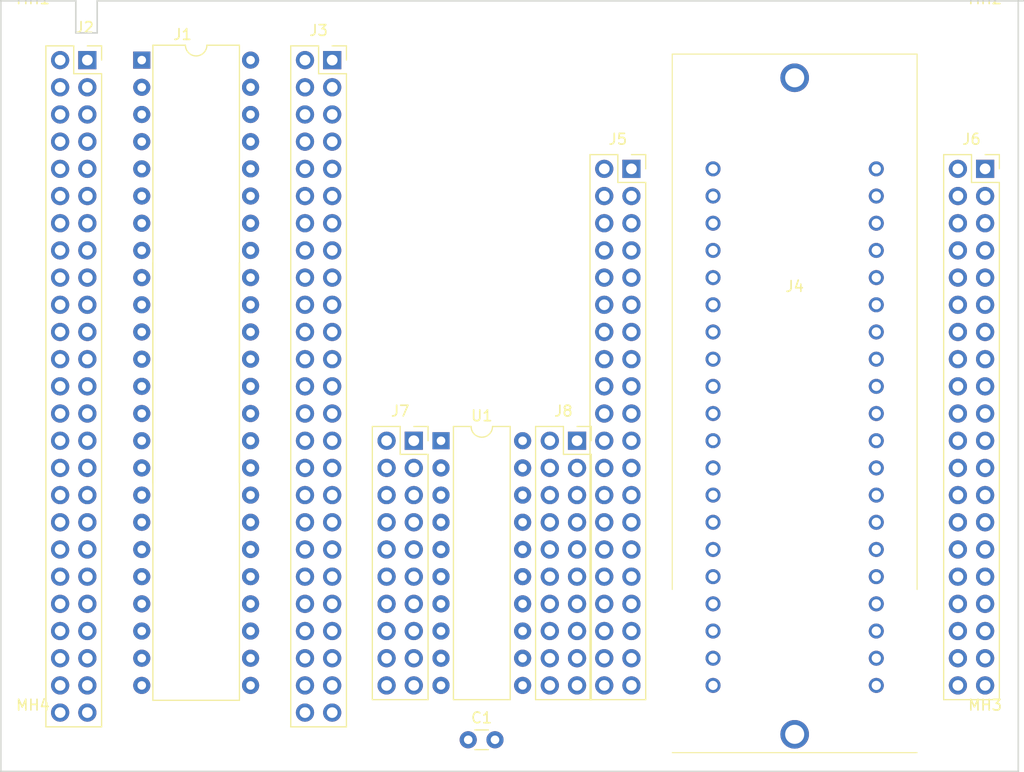
<source format=kicad_pcb>
(kicad_pcb (version 20171130) (host pcbnew 5.1.5+dfsg1-2build2)

  (general
    (thickness 1.6)
    (drawings 8)
    (tracks 0)
    (zones 0)
    (modules 14)
    (nets 104)
  )

  (page A4)
  (layers
    (0 F.Cu signal hide)
    (31 B.Cu signal)
    (32 B.Adhes user)
    (33 F.Adhes user)
    (34 B.Paste user)
    (35 F.Paste user)
    (36 B.SilkS user)
    (37 F.SilkS user)
    (38 B.Mask user)
    (39 F.Mask user)
    (40 Dwgs.User user)
    (41 Cmts.User user)
    (42 Eco1.User user)
    (43 Eco2.User user)
    (44 Edge.Cuts user)
    (45 Margin user)
    (46 B.CrtYd user)
    (47 F.CrtYd user)
    (48 B.Fab user)
    (49 F.Fab user)
  )

  (setup
    (last_trace_width 0.2)
    (user_trace_width 0.2)
    (user_trace_width 0.4)
    (user_trace_width 0.6)
    (user_trace_width 0.8)
    (user_trace_width 1)
    (user_trace_width 1.2)
    (user_trace_width 1.6)
    (user_trace_width 2)
    (trace_clearance 0.2)
    (zone_clearance 0.35)
    (zone_45_only no)
    (trace_min 0.1524)
    (via_size 0.6)
    (via_drill 0.3)
    (via_min_size 0.5)
    (via_min_drill 0.2)
    (user_via 0.9 0.5)
    (user_via 1.2 0.8)
    (user_via 1.4 0.9)
    (user_via 1.5 1)
    (uvia_size 0.3)
    (uvia_drill 0.1)
    (uvias_allowed no)
    (uvia_min_size 0.2)
    (uvia_min_drill 0.1)
    (edge_width 0.15)
    (segment_width 0.2)
    (pcb_text_width 0.3)
    (pcb_text_size 1.5 1.5)
    (mod_edge_width 0.15)
    (mod_text_size 1 1)
    (mod_text_width 0.15)
    (pad_size 1.524 1.524)
    (pad_drill 0.762)
    (pad_to_mask_clearance 0.051)
    (solder_mask_min_width 0.25)
    (aux_axis_origin 101 70)
    (grid_origin 101 70)
    (visible_elements FFFDFF7F)
    (pcbplotparams
      (layerselection 0x010fc_ffffffff)
      (usegerberextensions false)
      (usegerberattributes false)
      (usegerberadvancedattributes false)
      (creategerberjobfile false)
      (excludeedgelayer true)
      (linewidth 0.100000)
      (plotframeref false)
      (viasonmask false)
      (mode 1)
      (useauxorigin false)
      (hpglpennumber 1)
      (hpglpenspeed 20)
      (hpglpendiameter 15.000000)
      (psnegative false)
      (psa4output false)
      (plotreference true)
      (plotvalue true)
      (plotinvisibletext false)
      (padsonsilk false)
      (subtractmaskfromsilk false)
      (outputformat 1)
      (mirror false)
      (drillshape 1)
      (scaleselection 1)
      (outputdirectory ""))
  )

  (net 0 "")
  (net 1 VCC)
  (net 2 /P56)
  (net 3 /P55)
  (net 4 /P51)
  (net 5 /P57)
  (net 6 /P53)
  (net 7 /P52)
  (net 8 /P15)
  (net 9 /P35)
  (net 10 /P41)
  (net 11 /P40)
  (net 12 /P36)
  (net 13 /P20)
  (net 14 /P17)
  (net 15 /P16)
  (net 16 /P21)
  (net 17 /P37)
  (net 18 /P30)
  (net 19 /P31)
  (net 20 /P32)
  (net 21 /P33)
  (net 22 /P34)
  (net 23 /P42)
  (net 24 /P43)
  (net 25 /P44)
  (net 26 /P45)
  (net 27 /P46)
  (net 28 /P47)
  (net 29 /P54)
  (net 30 /P10)
  (net 31 /P11)
  (net 32 /P12)
  (net 33 /P13)
  (net 34 /P14)
  (net 35 /P22)
  (net 36 /P23)
  (net 37 /P24)
  (net 38 /P25)
  (net 39 /P26)
  (net 40 /P27)
  (net 41 /P50)
  (net 42 /E3)
  (net 43 /E2)
  (net 44 /E0)
  (net 45 /E1)
  (net 46 "Net-(J2-Pad49)")
  (net 47 "Net-(J4-Pad7)")
  (net 48 "Net-(J4-Pad34)")
  (net 49 "Net-(J4-Pad29)")
  (net 50 "Net-(J4-Pad30)")
  (net 51 "Net-(J4-Pad33)")
  (net 52 "Net-(J4-Pad11)")
  (net 53 "Net-(J4-Pad9)")
  (net 54 "Net-(J4-Pad8)")
  (net 55 "Net-(J4-Pad31)")
  (net 56 "Net-(J4-Pad12)")
  (net 57 "Net-(J4-Pad32)")
  (net 58 "Net-(J4-Pad10)")
  (net 59 "Net-(J4-Pad40)")
  (net 60 "Net-(J4-Pad39)")
  (net 61 "Net-(J4-Pad38)")
  (net 62 "Net-(J4-Pad37)")
  (net 63 "Net-(J4-Pad36)")
  (net 64 "Net-(J4-Pad35)")
  (net 65 "Net-(J4-Pad28)")
  (net 66 "Net-(J4-Pad27)")
  (net 67 "Net-(J4-Pad26)")
  (net 68 "Net-(J4-Pad25)")
  (net 69 "Net-(J4-Pad24)")
  (net 70 "Net-(J4-Pad23)")
  (net 71 "Net-(J4-Pad22)")
  (net 72 "Net-(J4-Pad21)")
  (net 73 "Net-(J4-Pad1)")
  (net 74 "Net-(J4-Pad2)")
  (net 75 "Net-(J4-Pad3)")
  (net 76 "Net-(J4-Pad4)")
  (net 77 "Net-(J4-Pad5)")
  (net 78 "Net-(J4-Pad6)")
  (net 79 "Net-(J4-Pad13)")
  (net 80 "Net-(J4-Pad14)")
  (net 81 "Net-(J4-Pad15)")
  (net 82 "Net-(J4-Pad16)")
  (net 83 "Net-(J4-Pad17)")
  (net 84 "Net-(J4-Pad18)")
  (net 85 "Net-(J4-Pad19)")
  (net 86 "Net-(J4-Pad20)")
  (net 87 GND)
  (net 88 "Net-(J7-Pad17)")
  (net 89 "Net-(J7-Pad15)")
  (net 90 "Net-(J7-Pad13)")
  (net 91 "Net-(J7-Pad11)")
  (net 92 "Net-(J7-Pad10)")
  (net 93 "Net-(J7-Pad7)")
  (net 94 "Net-(J7-Pad5)")
  (net 95 "Net-(J7-Pad3)")
  (net 96 "Net-(J8-Pad17)")
  (net 97 "Net-(J8-Pad15)")
  (net 98 "Net-(J8-Pad13)")
  (net 99 "Net-(J8-Pad11)")
  (net 100 "Net-(J8-Pad10)")
  (net 101 "Net-(J8-Pad7)")
  (net 102 "Net-(J8-Pad5)")
  (net 103 "Net-(J8-Pad3)")

  (net_class Default "This is the default net class."
    (clearance 0.2)
    (trace_width 0.2)
    (via_dia 0.6)
    (via_drill 0.3)
    (uvia_dia 0.3)
    (uvia_drill 0.1)
    (diff_pair_width 0.2)
    (diff_pair_gap 0.2)
    (add_net /E0)
    (add_net /E1)
    (add_net /E2)
    (add_net /E3)
    (add_net /P10)
    (add_net /P11)
    (add_net /P12)
    (add_net /P13)
    (add_net /P14)
    (add_net /P15)
    (add_net /P16)
    (add_net /P17)
    (add_net /P20)
    (add_net /P21)
    (add_net /P22)
    (add_net /P23)
    (add_net /P24)
    (add_net /P25)
    (add_net /P26)
    (add_net /P27)
    (add_net /P30)
    (add_net /P31)
    (add_net /P32)
    (add_net /P33)
    (add_net /P34)
    (add_net /P35)
    (add_net /P36)
    (add_net /P37)
    (add_net /P40)
    (add_net /P41)
    (add_net /P42)
    (add_net /P43)
    (add_net /P44)
    (add_net /P45)
    (add_net /P46)
    (add_net /P47)
    (add_net /P50)
    (add_net /P51)
    (add_net /P52)
    (add_net /P53)
    (add_net /P54)
    (add_net /P55)
    (add_net /P56)
    (add_net /P57)
    (add_net GND)
    (add_net "Net-(J2-Pad49)")
    (add_net "Net-(J4-Pad1)")
    (add_net "Net-(J4-Pad10)")
    (add_net "Net-(J4-Pad11)")
    (add_net "Net-(J4-Pad12)")
    (add_net "Net-(J4-Pad13)")
    (add_net "Net-(J4-Pad14)")
    (add_net "Net-(J4-Pad15)")
    (add_net "Net-(J4-Pad16)")
    (add_net "Net-(J4-Pad17)")
    (add_net "Net-(J4-Pad18)")
    (add_net "Net-(J4-Pad19)")
    (add_net "Net-(J4-Pad2)")
    (add_net "Net-(J4-Pad20)")
    (add_net "Net-(J4-Pad21)")
    (add_net "Net-(J4-Pad22)")
    (add_net "Net-(J4-Pad23)")
    (add_net "Net-(J4-Pad24)")
    (add_net "Net-(J4-Pad25)")
    (add_net "Net-(J4-Pad26)")
    (add_net "Net-(J4-Pad27)")
    (add_net "Net-(J4-Pad28)")
    (add_net "Net-(J4-Pad29)")
    (add_net "Net-(J4-Pad3)")
    (add_net "Net-(J4-Pad30)")
    (add_net "Net-(J4-Pad31)")
    (add_net "Net-(J4-Pad32)")
    (add_net "Net-(J4-Pad33)")
    (add_net "Net-(J4-Pad34)")
    (add_net "Net-(J4-Pad35)")
    (add_net "Net-(J4-Pad36)")
    (add_net "Net-(J4-Pad37)")
    (add_net "Net-(J4-Pad38)")
    (add_net "Net-(J4-Pad39)")
    (add_net "Net-(J4-Pad4)")
    (add_net "Net-(J4-Pad40)")
    (add_net "Net-(J4-Pad5)")
    (add_net "Net-(J4-Pad6)")
    (add_net "Net-(J4-Pad7)")
    (add_net "Net-(J4-Pad8)")
    (add_net "Net-(J4-Pad9)")
    (add_net "Net-(J7-Pad10)")
    (add_net "Net-(J7-Pad11)")
    (add_net "Net-(J7-Pad13)")
    (add_net "Net-(J7-Pad15)")
    (add_net "Net-(J7-Pad17)")
    (add_net "Net-(J7-Pad3)")
    (add_net "Net-(J7-Pad5)")
    (add_net "Net-(J7-Pad7)")
    (add_net "Net-(J8-Pad10)")
    (add_net "Net-(J8-Pad11)")
    (add_net "Net-(J8-Pad13)")
    (add_net "Net-(J8-Pad15)")
    (add_net "Net-(J8-Pad17)")
    (add_net "Net-(J8-Pad3)")
    (add_net "Net-(J8-Pad5)")
    (add_net "Net-(J8-Pad7)")
    (add_net VCC)
  )

  (module Package_DIP:DIP-20_W7.62mm (layer F.Cu) (tedit 5A02E8C5) (tstamp 6185159E)
    (at 139.1 108.1)
    (descr "20-lead though-hole mounted DIP package, row spacing 7.62 mm (300 mils)")
    (tags "THT DIP DIL PDIP 2.54mm 7.62mm 300mil")
    (path /6C48517D)
    (fp_text reference U1 (at 3.81 -2.33) (layer F.SilkS)
      (effects (font (size 1 1) (thickness 0.15)))
    )
    (fp_text value 74HCT541 (at 3.81 25.19) (layer F.Fab)
      (effects (font (size 1 1) (thickness 0.15)))
    )
    (fp_text user %R (at 3.81 11.43) (layer F.Fab)
      (effects (font (size 1 1) (thickness 0.15)))
    )
    (fp_line (start 8.7 -1.55) (end -1.1 -1.55) (layer F.CrtYd) (width 0.05))
    (fp_line (start 8.7 24.4) (end 8.7 -1.55) (layer F.CrtYd) (width 0.05))
    (fp_line (start -1.1 24.4) (end 8.7 24.4) (layer F.CrtYd) (width 0.05))
    (fp_line (start -1.1 -1.55) (end -1.1 24.4) (layer F.CrtYd) (width 0.05))
    (fp_line (start 6.46 -1.33) (end 4.81 -1.33) (layer F.SilkS) (width 0.12))
    (fp_line (start 6.46 24.19) (end 6.46 -1.33) (layer F.SilkS) (width 0.12))
    (fp_line (start 1.16 24.19) (end 6.46 24.19) (layer F.SilkS) (width 0.12))
    (fp_line (start 1.16 -1.33) (end 1.16 24.19) (layer F.SilkS) (width 0.12))
    (fp_line (start 2.81 -1.33) (end 1.16 -1.33) (layer F.SilkS) (width 0.12))
    (fp_line (start 0.635 -0.27) (end 1.635 -1.27) (layer F.Fab) (width 0.1))
    (fp_line (start 0.635 24.13) (end 0.635 -0.27) (layer F.Fab) (width 0.1))
    (fp_line (start 6.985 24.13) (end 0.635 24.13) (layer F.Fab) (width 0.1))
    (fp_line (start 6.985 -1.27) (end 6.985 24.13) (layer F.Fab) (width 0.1))
    (fp_line (start 1.635 -1.27) (end 6.985 -1.27) (layer F.Fab) (width 0.1))
    (fp_arc (start 3.81 -1.33) (end 2.81 -1.33) (angle -180) (layer F.SilkS) (width 0.12))
    (pad 20 thru_hole oval (at 7.62 0) (size 1.6 1.6) (drill 0.8) (layers *.Cu *.Mask)
      (net 1 VCC))
    (pad 10 thru_hole oval (at 0 22.86) (size 1.6 1.6) (drill 0.8) (layers *.Cu *.Mask)
      (net 87 GND))
    (pad 19 thru_hole oval (at 7.62 2.54) (size 1.6 1.6) (drill 0.8) (layers *.Cu *.Mask)
      (net 87 GND))
    (pad 9 thru_hole oval (at 0 20.32) (size 1.6 1.6) (drill 0.8) (layers *.Cu *.Mask)
      (net 88 "Net-(J7-Pad17)"))
    (pad 18 thru_hole oval (at 7.62 5.08) (size 1.6 1.6) (drill 0.8) (layers *.Cu *.Mask)
      (net 103 "Net-(J8-Pad3)"))
    (pad 8 thru_hole oval (at 0 17.78) (size 1.6 1.6) (drill 0.8) (layers *.Cu *.Mask)
      (net 89 "Net-(J7-Pad15)"))
    (pad 17 thru_hole oval (at 7.62 7.62) (size 1.6 1.6) (drill 0.8) (layers *.Cu *.Mask)
      (net 102 "Net-(J8-Pad5)"))
    (pad 7 thru_hole oval (at 0 15.24) (size 1.6 1.6) (drill 0.8) (layers *.Cu *.Mask)
      (net 90 "Net-(J7-Pad13)"))
    (pad 16 thru_hole oval (at 7.62 10.16) (size 1.6 1.6) (drill 0.8) (layers *.Cu *.Mask)
      (net 101 "Net-(J8-Pad7)"))
    (pad 6 thru_hole oval (at 0 12.7) (size 1.6 1.6) (drill 0.8) (layers *.Cu *.Mask)
      (net 91 "Net-(J7-Pad11)"))
    (pad 15 thru_hole oval (at 7.62 12.7) (size 1.6 1.6) (drill 0.8) (layers *.Cu *.Mask)
      (net 100 "Net-(J8-Pad10)"))
    (pad 5 thru_hole oval (at 0 10.16) (size 1.6 1.6) (drill 0.8) (layers *.Cu *.Mask)
      (net 92 "Net-(J7-Pad10)"))
    (pad 14 thru_hole oval (at 7.62 15.24) (size 1.6 1.6) (drill 0.8) (layers *.Cu *.Mask)
      (net 99 "Net-(J8-Pad11)"))
    (pad 4 thru_hole oval (at 0 7.62) (size 1.6 1.6) (drill 0.8) (layers *.Cu *.Mask)
      (net 93 "Net-(J7-Pad7)"))
    (pad 13 thru_hole oval (at 7.62 17.78) (size 1.6 1.6) (drill 0.8) (layers *.Cu *.Mask)
      (net 98 "Net-(J8-Pad13)"))
    (pad 3 thru_hole oval (at 0 5.08) (size 1.6 1.6) (drill 0.8) (layers *.Cu *.Mask)
      (net 94 "Net-(J7-Pad5)"))
    (pad 12 thru_hole oval (at 7.62 20.32) (size 1.6 1.6) (drill 0.8) (layers *.Cu *.Mask)
      (net 97 "Net-(J8-Pad15)"))
    (pad 2 thru_hole oval (at 0 2.54) (size 1.6 1.6) (drill 0.8) (layers *.Cu *.Mask)
      (net 95 "Net-(J7-Pad3)"))
    (pad 11 thru_hole oval (at 7.62 22.86) (size 1.6 1.6) (drill 0.8) (layers *.Cu *.Mask)
      (net 96 "Net-(J8-Pad17)"))
    (pad 1 thru_hole rect (at 0 0) (size 1.6 1.6) (drill 0.8) (layers *.Cu *.Mask)
      (net 87 GND))
    (model ${KISYS3DMOD}/Package_DIP.3dshapes/DIP-20_W7.62mm.wrl
      (at (xyz 0 0 0))
      (scale (xyz 1 1 1))
      (rotate (xyz 0 0 0))
    )
  )

  (module Connector_PinSocket_2.54mm:PinSocket_2x10_P2.54mm_Vertical (layer F.Cu) (tedit 5A19A427) (tstamp 61855253)
    (at 151.8 108.1)
    (descr "Through hole straight socket strip, 2x10, 2.54mm pitch, double cols (from Kicad 4.0.7), script generated")
    (tags "Through hole socket strip THT 2x10 2.54mm double row")
    (path /6C58B970)
    (fp_text reference J8 (at -1.27 -2.77) (layer F.SilkS)
      (effects (font (size 1 1) (thickness 0.15)))
    )
    (fp_text value Conn_02x10_Odd_Even (at -1.27 25.63) (layer F.Fab)
      (effects (font (size 1 1) (thickness 0.15)))
    )
    (fp_text user %R (at -1.27 11.43 90) (layer F.Fab)
      (effects (font (size 1 1) (thickness 0.15)))
    )
    (fp_line (start -4.34 24.6) (end -4.34 -1.8) (layer F.CrtYd) (width 0.05))
    (fp_line (start 1.76 24.6) (end -4.34 24.6) (layer F.CrtYd) (width 0.05))
    (fp_line (start 1.76 -1.8) (end 1.76 24.6) (layer F.CrtYd) (width 0.05))
    (fp_line (start -4.34 -1.8) (end 1.76 -1.8) (layer F.CrtYd) (width 0.05))
    (fp_line (start 0 -1.33) (end 1.33 -1.33) (layer F.SilkS) (width 0.12))
    (fp_line (start 1.33 -1.33) (end 1.33 0) (layer F.SilkS) (width 0.12))
    (fp_line (start -1.27 -1.33) (end -1.27 1.27) (layer F.SilkS) (width 0.12))
    (fp_line (start -1.27 1.27) (end 1.33 1.27) (layer F.SilkS) (width 0.12))
    (fp_line (start 1.33 1.27) (end 1.33 24.19) (layer F.SilkS) (width 0.12))
    (fp_line (start -3.87 24.19) (end 1.33 24.19) (layer F.SilkS) (width 0.12))
    (fp_line (start -3.87 -1.33) (end -3.87 24.19) (layer F.SilkS) (width 0.12))
    (fp_line (start -3.87 -1.33) (end -1.27 -1.33) (layer F.SilkS) (width 0.12))
    (fp_line (start -3.81 24.13) (end -3.81 -1.27) (layer F.Fab) (width 0.1))
    (fp_line (start 1.27 24.13) (end -3.81 24.13) (layer F.Fab) (width 0.1))
    (fp_line (start 1.27 -0.27) (end 1.27 24.13) (layer F.Fab) (width 0.1))
    (fp_line (start 0.27 -1.27) (end 1.27 -0.27) (layer F.Fab) (width 0.1))
    (fp_line (start -3.81 -1.27) (end 0.27 -1.27) (layer F.Fab) (width 0.1))
    (pad 20 thru_hole oval (at -2.54 22.86) (size 1.7 1.7) (drill 1) (layers *.Cu *.Mask)
      (net 87 GND))
    (pad 19 thru_hole oval (at 0 22.86) (size 1.7 1.7) (drill 1) (layers *.Cu *.Mask)
      (net 87 GND))
    (pad 18 thru_hole oval (at -2.54 20.32) (size 1.7 1.7) (drill 1) (layers *.Cu *.Mask)
      (net 96 "Net-(J8-Pad17)"))
    (pad 17 thru_hole oval (at 0 20.32) (size 1.7 1.7) (drill 1) (layers *.Cu *.Mask)
      (net 96 "Net-(J8-Pad17)"))
    (pad 16 thru_hole oval (at -2.54 17.78) (size 1.7 1.7) (drill 1) (layers *.Cu *.Mask)
      (net 97 "Net-(J8-Pad15)"))
    (pad 15 thru_hole oval (at 0 17.78) (size 1.7 1.7) (drill 1) (layers *.Cu *.Mask)
      (net 97 "Net-(J8-Pad15)"))
    (pad 14 thru_hole oval (at -2.54 15.24) (size 1.7 1.7) (drill 1) (layers *.Cu *.Mask)
      (net 98 "Net-(J8-Pad13)"))
    (pad 13 thru_hole oval (at 0 15.24) (size 1.7 1.7) (drill 1) (layers *.Cu *.Mask)
      (net 98 "Net-(J8-Pad13)"))
    (pad 12 thru_hole oval (at -2.54 12.7) (size 1.7 1.7) (drill 1) (layers *.Cu *.Mask)
      (net 99 "Net-(J8-Pad11)"))
    (pad 11 thru_hole oval (at 0 12.7) (size 1.7 1.7) (drill 1) (layers *.Cu *.Mask)
      (net 99 "Net-(J8-Pad11)"))
    (pad 10 thru_hole oval (at -2.54 10.16) (size 1.7 1.7) (drill 1) (layers *.Cu *.Mask)
      (net 100 "Net-(J8-Pad10)"))
    (pad 9 thru_hole oval (at 0 10.16) (size 1.7 1.7) (drill 1) (layers *.Cu *.Mask)
      (net 100 "Net-(J8-Pad10)"))
    (pad 8 thru_hole oval (at -2.54 7.62) (size 1.7 1.7) (drill 1) (layers *.Cu *.Mask)
      (net 101 "Net-(J8-Pad7)"))
    (pad 7 thru_hole oval (at 0 7.62) (size 1.7 1.7) (drill 1) (layers *.Cu *.Mask)
      (net 101 "Net-(J8-Pad7)"))
    (pad 6 thru_hole oval (at -2.54 5.08) (size 1.7 1.7) (drill 1) (layers *.Cu *.Mask)
      (net 102 "Net-(J8-Pad5)"))
    (pad 5 thru_hole oval (at 0 5.08) (size 1.7 1.7) (drill 1) (layers *.Cu *.Mask)
      (net 102 "Net-(J8-Pad5)"))
    (pad 4 thru_hole oval (at -2.54 2.54) (size 1.7 1.7) (drill 1) (layers *.Cu *.Mask)
      (net 103 "Net-(J8-Pad3)"))
    (pad 3 thru_hole oval (at 0 2.54) (size 1.7 1.7) (drill 1) (layers *.Cu *.Mask)
      (net 103 "Net-(J8-Pad3)"))
    (pad 2 thru_hole oval (at -2.54 0) (size 1.7 1.7) (drill 1) (layers *.Cu *.Mask)
      (net 1 VCC))
    (pad 1 thru_hole rect (at 0 0) (size 1.7 1.7) (drill 1) (layers *.Cu *.Mask)
      (net 1 VCC))
    (model ${KISYS3DMOD}/Connector_PinSocket_2.54mm.3dshapes/PinSocket_2x10_P2.54mm_Vertical.wrl
      (at (xyz 0 0 0))
      (scale (xyz 1 1 1))
      (rotate (xyz 0 0 0))
    )
  )

  (module Connector_PinSocket_2.54mm:PinSocket_2x10_P2.54mm_Vertical (layer F.Cu) (tedit 5A19A427) (tstamp 61855374)
    (at 136.56 108.1)
    (descr "Through hole straight socket strip, 2x10, 2.54mm pitch, double cols (from Kicad 4.0.7), script generated")
    (tags "Through hole socket strip THT 2x10 2.54mm double row")
    (path /6C4C6A75)
    (fp_text reference J7 (at -1.27 -2.77) (layer F.SilkS)
      (effects (font (size 1 1) (thickness 0.15)))
    )
    (fp_text value Conn_02x10_Odd_Even (at -1.27 25.63) (layer F.Fab)
      (effects (font (size 1 1) (thickness 0.15)))
    )
    (fp_text user %R (at -1.27 11.43 90) (layer F.Fab)
      (effects (font (size 1 1) (thickness 0.15)))
    )
    (fp_line (start -4.34 24.6) (end -4.34 -1.8) (layer F.CrtYd) (width 0.05))
    (fp_line (start 1.76 24.6) (end -4.34 24.6) (layer F.CrtYd) (width 0.05))
    (fp_line (start 1.76 -1.8) (end 1.76 24.6) (layer F.CrtYd) (width 0.05))
    (fp_line (start -4.34 -1.8) (end 1.76 -1.8) (layer F.CrtYd) (width 0.05))
    (fp_line (start 0 -1.33) (end 1.33 -1.33) (layer F.SilkS) (width 0.12))
    (fp_line (start 1.33 -1.33) (end 1.33 0) (layer F.SilkS) (width 0.12))
    (fp_line (start -1.27 -1.33) (end -1.27 1.27) (layer F.SilkS) (width 0.12))
    (fp_line (start -1.27 1.27) (end 1.33 1.27) (layer F.SilkS) (width 0.12))
    (fp_line (start 1.33 1.27) (end 1.33 24.19) (layer F.SilkS) (width 0.12))
    (fp_line (start -3.87 24.19) (end 1.33 24.19) (layer F.SilkS) (width 0.12))
    (fp_line (start -3.87 -1.33) (end -3.87 24.19) (layer F.SilkS) (width 0.12))
    (fp_line (start -3.87 -1.33) (end -1.27 -1.33) (layer F.SilkS) (width 0.12))
    (fp_line (start -3.81 24.13) (end -3.81 -1.27) (layer F.Fab) (width 0.1))
    (fp_line (start 1.27 24.13) (end -3.81 24.13) (layer F.Fab) (width 0.1))
    (fp_line (start 1.27 -0.27) (end 1.27 24.13) (layer F.Fab) (width 0.1))
    (fp_line (start 0.27 -1.27) (end 1.27 -0.27) (layer F.Fab) (width 0.1))
    (fp_line (start -3.81 -1.27) (end 0.27 -1.27) (layer F.Fab) (width 0.1))
    (pad 20 thru_hole oval (at -2.54 22.86) (size 1.7 1.7) (drill 1) (layers *.Cu *.Mask)
      (net 87 GND))
    (pad 19 thru_hole oval (at 0 22.86) (size 1.7 1.7) (drill 1) (layers *.Cu *.Mask)
      (net 87 GND))
    (pad 18 thru_hole oval (at -2.54 20.32) (size 1.7 1.7) (drill 1) (layers *.Cu *.Mask)
      (net 88 "Net-(J7-Pad17)"))
    (pad 17 thru_hole oval (at 0 20.32) (size 1.7 1.7) (drill 1) (layers *.Cu *.Mask)
      (net 88 "Net-(J7-Pad17)"))
    (pad 16 thru_hole oval (at -2.54 17.78) (size 1.7 1.7) (drill 1) (layers *.Cu *.Mask)
      (net 89 "Net-(J7-Pad15)"))
    (pad 15 thru_hole oval (at 0 17.78) (size 1.7 1.7) (drill 1) (layers *.Cu *.Mask)
      (net 89 "Net-(J7-Pad15)"))
    (pad 14 thru_hole oval (at -2.54 15.24) (size 1.7 1.7) (drill 1) (layers *.Cu *.Mask)
      (net 90 "Net-(J7-Pad13)"))
    (pad 13 thru_hole oval (at 0 15.24) (size 1.7 1.7) (drill 1) (layers *.Cu *.Mask)
      (net 90 "Net-(J7-Pad13)"))
    (pad 12 thru_hole oval (at -2.54 12.7) (size 1.7 1.7) (drill 1) (layers *.Cu *.Mask)
      (net 91 "Net-(J7-Pad11)"))
    (pad 11 thru_hole oval (at 0 12.7) (size 1.7 1.7) (drill 1) (layers *.Cu *.Mask)
      (net 91 "Net-(J7-Pad11)"))
    (pad 10 thru_hole oval (at -2.54 10.16) (size 1.7 1.7) (drill 1) (layers *.Cu *.Mask)
      (net 92 "Net-(J7-Pad10)"))
    (pad 9 thru_hole oval (at 0 10.16) (size 1.7 1.7) (drill 1) (layers *.Cu *.Mask)
      (net 92 "Net-(J7-Pad10)"))
    (pad 8 thru_hole oval (at -2.54 7.62) (size 1.7 1.7) (drill 1) (layers *.Cu *.Mask)
      (net 93 "Net-(J7-Pad7)"))
    (pad 7 thru_hole oval (at 0 7.62) (size 1.7 1.7) (drill 1) (layers *.Cu *.Mask)
      (net 93 "Net-(J7-Pad7)"))
    (pad 6 thru_hole oval (at -2.54 5.08) (size 1.7 1.7) (drill 1) (layers *.Cu *.Mask)
      (net 94 "Net-(J7-Pad5)"))
    (pad 5 thru_hole oval (at 0 5.08) (size 1.7 1.7) (drill 1) (layers *.Cu *.Mask)
      (net 94 "Net-(J7-Pad5)"))
    (pad 4 thru_hole oval (at -2.54 2.54) (size 1.7 1.7) (drill 1) (layers *.Cu *.Mask)
      (net 95 "Net-(J7-Pad3)"))
    (pad 3 thru_hole oval (at 0 2.54) (size 1.7 1.7) (drill 1) (layers *.Cu *.Mask)
      (net 95 "Net-(J7-Pad3)"))
    (pad 2 thru_hole oval (at -2.54 0) (size 1.7 1.7) (drill 1) (layers *.Cu *.Mask)
      (net 1 VCC))
    (pad 1 thru_hole rect (at 0 0) (size 1.7 1.7) (drill 1) (layers *.Cu *.Mask)
      (net 1 VCC))
    (model ${KISYS3DMOD}/Connector_PinSocket_2.54mm.3dshapes/PinSocket_2x10_P2.54mm_Vertical.wrl
      (at (xyz 0 0 0))
      (scale (xyz 1 1 1))
      (rotate (xyz 0 0 0))
    )
  )

  (module Capacitor_THT:C_Disc_D3.0mm_W1.6mm_P2.50mm (layer F.Cu) (tedit 5AE50EF0) (tstamp 61851204)
    (at 141.64 136.04)
    (descr "C, Disc series, Radial, pin pitch=2.50mm, , diameter*width=3.0*1.6mm^2, Capacitor, http://www.vishay.com/docs/45233/krseries.pdf")
    (tags "C Disc series Radial pin pitch 2.50mm  diameter 3.0mm width 1.6mm Capacitor")
    (path /6C491401)
    (fp_text reference C1 (at 1.25 -2.05) (layer F.SilkS)
      (effects (font (size 1 1) (thickness 0.15)))
    )
    (fp_text value 0.1uF (at 1.25 2.05) (layer F.Fab)
      (effects (font (size 1 1) (thickness 0.15)))
    )
    (fp_text user %R (at 1.25 0) (layer F.Fab)
      (effects (font (size 0.6 0.6) (thickness 0.09)))
    )
    (fp_line (start 3.55 -1.05) (end -1.05 -1.05) (layer F.CrtYd) (width 0.05))
    (fp_line (start 3.55 1.05) (end 3.55 -1.05) (layer F.CrtYd) (width 0.05))
    (fp_line (start -1.05 1.05) (end 3.55 1.05) (layer F.CrtYd) (width 0.05))
    (fp_line (start -1.05 -1.05) (end -1.05 1.05) (layer F.CrtYd) (width 0.05))
    (fp_line (start 0.621 0.92) (end 1.879 0.92) (layer F.SilkS) (width 0.12))
    (fp_line (start 0.621 -0.92) (end 1.879 -0.92) (layer F.SilkS) (width 0.12))
    (fp_line (start 2.75 -0.8) (end -0.25 -0.8) (layer F.Fab) (width 0.1))
    (fp_line (start 2.75 0.8) (end 2.75 -0.8) (layer F.Fab) (width 0.1))
    (fp_line (start -0.25 0.8) (end 2.75 0.8) (layer F.Fab) (width 0.1))
    (fp_line (start -0.25 -0.8) (end -0.25 0.8) (layer F.Fab) (width 0.1))
    (pad 2 thru_hole circle (at 2.5 0) (size 1.6 1.6) (drill 0.8) (layers *.Cu *.Mask)
      (net 87 GND))
    (pad 1 thru_hole circle (at 0 0) (size 1.6 1.6) (drill 0.8) (layers *.Cu *.Mask)
      (net 1 VCC))
    (model ${KISYS3DMOD}/Capacitor_THT.3dshapes/C_Disc_D3.0mm_W1.6mm_P2.50mm.wrl
      (at (xyz 0 0 0))
      (scale (xyz 1 1 1))
      (rotate (xyz 0 0 0))
    )
  )

  (module 0-LocalLibrary:DIP-48_W10.16mm (layer F.Cu) (tedit 6184E996) (tstamp 6185055F)
    (at 111.16 72.54)
    (descr "48-lead dip package, row spacing 7.62 mm (300 mils)")
    (tags "DIL DIP PDIP 2.54mm 7.62mm 300mil")
    (path /62848BAE)
    (fp_text reference J1 (at 3.81 -2.39) (layer F.SilkS)
      (effects (font (size 1 1) (thickness 0.15)))
    )
    (fp_text value BionicConnector (at 5.08 60.96) (layer F.Fab)
      (effects (font (size 1 1) (thickness 0.15)))
    )
    (fp_line (start 11.22 60.02) (end 11.22 18.72) (layer F.CrtYd) (width 0.05))
    (fp_line (start 9.905 59.69) (end 0.255 59.69) (layer F.Fab) (width 0.1))
    (fp_line (start 0.255 59.69) (end 0.255 20.05) (layer F.Fab) (width 0.1))
    (fp_line (start -1.1 60.02) (end 11.22 60.02) (layer F.CrtYd) (width 0.05))
    (fp_line (start -1.1 18.72) (end -1.1 60.02) (layer F.CrtYd) (width 0.05))
    (fp_line (start 9.12 59.81) (end 9.12 18.93) (layer F.SilkS) (width 0.12))
    (fp_line (start 1.04 59.81) (end 9.12 59.81) (layer F.SilkS) (width 0.12))
    (fp_line (start 1.04 18.93) (end 1.04 59.81) (layer F.SilkS) (width 0.12))
    (fp_line (start 9.905 19.05) (end 9.905 59.69) (layer F.Fab) (width 0.1))
    (fp_arc (start 5.08 -1.39) (end 4.08 -1.39) (angle -180) (layer F.SilkS) (width 0.12))
    (fp_line (start 11.22 -1.6) (end -1.1 -1.6) (layer F.CrtYd) (width 0.05))
    (fp_line (start 11.22 39.7) (end 11.22 -1.6) (layer F.CrtYd) (width 0.05))
    (fp_line (start -1.1 -1.6) (end -1.1 39.7) (layer F.CrtYd) (width 0.05))
    (fp_line (start 9.12 -1.39) (end 6.08 -1.39) (layer F.SilkS) (width 0.12))
    (fp_line (start 9.12 39.49) (end 9.12 -1.39) (layer F.SilkS) (width 0.12))
    (fp_line (start 1.04 -1.39) (end 1.04 39.49) (layer F.SilkS) (width 0.12))
    (fp_line (start 4.08 -1.39) (end 1.04 -1.39) (layer F.SilkS) (width 0.12))
    (fp_line (start 0.255 -0.27) (end 1.255 -1.27) (layer F.Fab) (width 0.1))
    (fp_line (start 0.255 39.37) (end 0.255 -0.27) (layer F.Fab) (width 0.1))
    (fp_line (start 9.905 -1.27) (end 9.905 39.37) (layer F.Fab) (width 0.1))
    (fp_line (start 1.255 -1.27) (end 9.905 -1.27) (layer F.Fab) (width 0.1))
    (fp_text user %R (at 3.81 19.05) (layer F.Fab)
      (effects (font (size 1 1) (thickness 0.15)))
    )
    (pad 20 thru_hole oval (at 0 48.26) (size 1.6 1.6) (drill 0.8) (layers *.Cu *.Mask)
      (net 41 /P50))
    (pad 24 thru_hole oval (at 0 58.42) (size 1.6 1.6) (drill 0.8) (layers *.Cu *.Mask)
      (net 1 VCC))
    (pad 25 thru_hole oval (at 10.16 58.42) (size 1.6 1.6) (drill 0.8) (layers *.Cu *.Mask)
      (net 1 VCC))
    (pad 23 thru_hole oval (at 0 55.88) (size 1.6 1.6) (drill 0.8) (layers *.Cu *.Mask)
      (net 6 /P53))
    (pad 30 thru_hole oval (at 10.16 45.72) (size 1.6 1.6) (drill 0.8) (layers *.Cu *.Mask)
      (net 42 /E3))
    (pad 21 thru_hole oval (at 0 50.8) (size 1.6 1.6) (drill 0.8) (layers *.Cu *.Mask)
      (net 4 /P51))
    (pad 17 thru_hole oval (at 0 40.64) (size 1.6 1.6) (drill 0.8) (layers *.Cu *.Mask)
      (net 12 /P36))
    (pad 22 thru_hole oval (at 0 53.34) (size 1.6 1.6) (drill 0.8) (layers *.Cu *.Mask)
      (net 7 /P52))
    (pad 27 thru_hole oval (at 10.16 53.34) (size 1.6 1.6) (drill 0.8) (layers *.Cu *.Mask)
      (net 2 /P56))
    (pad 18 thru_hole oval (at 0 43.18) (size 1.6 1.6) (drill 0.8) (layers *.Cu *.Mask)
      (net 17 /P37))
    (pad 31 thru_hole oval (at 10.16 43.18) (size 1.6 1.6) (drill 0.8) (layers *.Cu *.Mask)
      (net 28 /P47))
    (pad 28 thru_hole oval (at 10.16 50.8) (size 1.6 1.6) (drill 0.8) (layers *.Cu *.Mask)
      (net 3 /P55))
    (pad 29 thru_hole oval (at 10.16 48.26) (size 1.6 1.6) (drill 0.8) (layers *.Cu *.Mask)
      (net 29 /P54))
    (pad 32 thru_hole oval (at 10.16 40.64) (size 1.6 1.6) (drill 0.8) (layers *.Cu *.Mask)
      (net 27 /P46))
    (pad 26 thru_hole oval (at 10.16 55.88) (size 1.6 1.6) (drill 0.8) (layers *.Cu *.Mask)
      (net 5 /P57))
    (pad 19 thru_hole oval (at 0 45.72) (size 1.6 1.6) (drill 0.8) (layers *.Cu *.Mask)
      (net 43 /E2))
    (pad 48 thru_hole oval (at 10.16 0) (size 1.6 1.6) (drill 0.8) (layers *.Cu *.Mask)
      (net 87 GND))
    (pad 16 thru_hole oval (at 0 38.1) (size 1.6 1.6) (drill 0.8) (layers *.Cu *.Mask)
      (net 9 /P35))
    (pad 47 thru_hole oval (at 10.16 2.54) (size 1.6 1.6) (drill 0.8) (layers *.Cu *.Mask)
      (net 13 /P20))
    (pad 15 thru_hole oval (at 0 35.56) (size 1.6 1.6) (drill 0.8) (layers *.Cu *.Mask)
      (net 22 /P34))
    (pad 46 thru_hole oval (at 10.16 5.08) (size 1.6 1.6) (drill 0.8) (layers *.Cu *.Mask)
      (net 16 /P21))
    (pad 14 thru_hole oval (at 0 33.02) (size 1.6 1.6) (drill 0.8) (layers *.Cu *.Mask)
      (net 21 /P33))
    (pad 45 thru_hole oval (at 10.16 7.62) (size 1.6 1.6) (drill 0.8) (layers *.Cu *.Mask)
      (net 35 /P22))
    (pad 13 thru_hole oval (at 0 30.48) (size 1.6 1.6) (drill 0.8) (layers *.Cu *.Mask)
      (net 20 /P32))
    (pad 44 thru_hole oval (at 10.16 10.16) (size 1.6 1.6) (drill 0.8) (layers *.Cu *.Mask)
      (net 36 /P23))
    (pad 12 thru_hole oval (at 0 27.94) (size 1.6 1.6) (drill 0.8) (layers *.Cu *.Mask)
      (net 19 /P31))
    (pad 43 thru_hole oval (at 10.16 12.7) (size 1.6 1.6) (drill 0.8) (layers *.Cu *.Mask)
      (net 37 /P24))
    (pad 11 thru_hole oval (at 0 25.4) (size 1.6 1.6) (drill 0.8) (layers *.Cu *.Mask)
      (net 18 /P30))
    (pad 42 thru_hole oval (at 10.16 15.24) (size 1.6 1.6) (drill 0.8) (layers *.Cu *.Mask)
      (net 38 /P25))
    (pad 10 thru_hole oval (at 0 22.86) (size 1.6 1.6) (drill 0.8) (layers *.Cu *.Mask)
      (net 44 /E0))
    (pad 41 thru_hole oval (at 10.16 17.78) (size 1.6 1.6) (drill 0.8) (layers *.Cu *.Mask)
      (net 39 /P26))
    (pad 9 thru_hole oval (at 0 20.32) (size 1.6 1.6) (drill 0.8) (layers *.Cu *.Mask)
      (net 14 /P17))
    (pad 40 thru_hole oval (at 10.16 20.32) (size 1.6 1.6) (drill 0.8) (layers *.Cu *.Mask)
      (net 40 /P27))
    (pad 8 thru_hole oval (at 0 17.78) (size 1.6 1.6) (drill 0.8) (layers *.Cu *.Mask)
      (net 15 /P16))
    (pad 39 thru_hole oval (at 10.16 22.86) (size 1.6 1.6) (drill 0.8) (layers *.Cu *.Mask)
      (net 45 /E1))
    (pad 7 thru_hole oval (at 0 15.24) (size 1.6 1.6) (drill 0.8) (layers *.Cu *.Mask)
      (net 8 /P15))
    (pad 38 thru_hole oval (at 10.16 25.4) (size 1.6 1.6) (drill 0.8) (layers *.Cu *.Mask)
      (net 11 /P40))
    (pad 6 thru_hole oval (at 0 12.7) (size 1.6 1.6) (drill 0.8) (layers *.Cu *.Mask)
      (net 34 /P14))
    (pad 37 thru_hole oval (at 10.16 27.94) (size 1.6 1.6) (drill 0.8) (layers *.Cu *.Mask)
      (net 10 /P41))
    (pad 5 thru_hole oval (at 0 10.16) (size 1.6 1.6) (drill 0.8) (layers *.Cu *.Mask)
      (net 33 /P13))
    (pad 36 thru_hole oval (at 10.16 30.48) (size 1.6 1.6) (drill 0.8) (layers *.Cu *.Mask)
      (net 23 /P42))
    (pad 4 thru_hole oval (at 0 7.62) (size 1.6 1.6) (drill 0.8) (layers *.Cu *.Mask)
      (net 32 /P12))
    (pad 35 thru_hole oval (at 10.16 33.02) (size 1.6 1.6) (drill 0.8) (layers *.Cu *.Mask)
      (net 24 /P43))
    (pad 3 thru_hole oval (at 0 5.08) (size 1.6 1.6) (drill 0.8) (layers *.Cu *.Mask)
      (net 31 /P11))
    (pad 34 thru_hole oval (at 10.16 35.56) (size 1.6 1.6) (drill 0.8) (layers *.Cu *.Mask)
      (net 25 /P44))
    (pad 2 thru_hole oval (at 0 2.54) (size 1.6 1.6) (drill 0.8) (layers *.Cu *.Mask)
      (net 30 /P10))
    (pad 33 thru_hole oval (at 10.16 38.1) (size 1.6 1.6) (drill 0.8) (layers *.Cu *.Mask)
      (net 26 /P45))
    (pad 1 thru_hole rect (at 0 0) (size 1.6 1.6) (drill 0.8) (layers *.Cu *.Mask)
      (net 87 GND))
    (model ${KISYS3DMOD}/Package_DIP.3dshapes/DIP-32_W7.62mm.wrl
      (at (xyz 0 0 0))
      (scale (xyz 1 1 1))
      (rotate (xyz 0 0 0))
    )
  )

  (module Connector_PinSocket_2.54mm:PinSocket_2x25_P2.54mm_Vertical (layer F.Cu) (tedit 5A19A421) (tstamp 6182B60B)
    (at 106.08 72.54)
    (descr "Through hole straight socket strip, 2x25, 2.54mm pitch, double cols (from Kicad 4.0.7), script generated")
    (tags "Through hole socket strip THT 2x25 2.54mm double row")
    (path /618A1594)
    (fp_text reference J2 (at -0.254 -3.048) (layer F.SilkS)
      (effects (font (size 1 1) (thickness 0.15)))
    )
    (fp_text value Conn_02x25_Odd_Even (at -1.27 63.73) (layer F.Fab)
      (effects (font (size 1 1) (thickness 0.15)))
    )
    (fp_text user %R (at -1.27 30.48 90) (layer F.Fab)
      (effects (font (size 1 1) (thickness 0.15)))
    )
    (fp_line (start -4.34 62.7) (end -4.34 -1.8) (layer F.CrtYd) (width 0.05))
    (fp_line (start 1.76 62.7) (end -4.34 62.7) (layer F.CrtYd) (width 0.05))
    (fp_line (start 1.76 -1.8) (end 1.76 62.7) (layer F.CrtYd) (width 0.05))
    (fp_line (start -4.34 -1.8) (end 1.76 -1.8) (layer F.CrtYd) (width 0.05))
    (fp_line (start 0 -1.33) (end 1.33 -1.33) (layer F.SilkS) (width 0.12))
    (fp_line (start 1.33 -1.33) (end 1.33 0) (layer F.SilkS) (width 0.12))
    (fp_line (start -1.27 -1.33) (end -1.27 1.27) (layer F.SilkS) (width 0.12))
    (fp_line (start -1.27 1.27) (end 1.33 1.27) (layer F.SilkS) (width 0.12))
    (fp_line (start 1.33 1.27) (end 1.33 62.29) (layer F.SilkS) (width 0.12))
    (fp_line (start -3.87 62.29) (end 1.33 62.29) (layer F.SilkS) (width 0.12))
    (fp_line (start -3.87 -1.33) (end -3.87 62.29) (layer F.SilkS) (width 0.12))
    (fp_line (start -3.87 -1.33) (end -1.27 -1.33) (layer F.SilkS) (width 0.12))
    (fp_line (start -3.81 62.23) (end -3.81 -1.27) (layer F.Fab) (width 0.1))
    (fp_line (start 1.27 62.23) (end -3.81 62.23) (layer F.Fab) (width 0.1))
    (fp_line (start 1.27 -0.27) (end 1.27 62.23) (layer F.Fab) (width 0.1))
    (fp_line (start 0.27 -1.27) (end 1.27 -0.27) (layer F.Fab) (width 0.1))
    (fp_line (start -3.81 -1.27) (end 0.27 -1.27) (layer F.Fab) (width 0.1))
    (pad 50 thru_hole oval (at -2.54 60.96) (size 1.7 1.7) (drill 1) (layers *.Cu *.Mask)
      (net 46 "Net-(J2-Pad49)"))
    (pad 49 thru_hole oval (at 0 60.96) (size 1.7 1.7) (drill 1) (layers *.Cu *.Mask)
      (net 46 "Net-(J2-Pad49)"))
    (pad 48 thru_hole oval (at -2.54 58.42) (size 1.7 1.7) (drill 1) (layers *.Cu *.Mask)
      (net 1 VCC))
    (pad 47 thru_hole oval (at 0 58.42) (size 1.7 1.7) (drill 1) (layers *.Cu *.Mask)
      (net 1 VCC))
    (pad 46 thru_hole oval (at -2.54 55.88) (size 1.7 1.7) (drill 1) (layers *.Cu *.Mask)
      (net 6 /P53))
    (pad 45 thru_hole oval (at 0 55.88) (size 1.7 1.7) (drill 1) (layers *.Cu *.Mask)
      (net 6 /P53))
    (pad 44 thru_hole oval (at -2.54 53.34) (size 1.7 1.7) (drill 1) (layers *.Cu *.Mask)
      (net 7 /P52))
    (pad 43 thru_hole oval (at 0 53.34) (size 1.7 1.7) (drill 1) (layers *.Cu *.Mask)
      (net 7 /P52))
    (pad 42 thru_hole oval (at -2.54 50.8) (size 1.7 1.7) (drill 1) (layers *.Cu *.Mask)
      (net 4 /P51))
    (pad 41 thru_hole oval (at 0 50.8) (size 1.7 1.7) (drill 1) (layers *.Cu *.Mask)
      (net 4 /P51))
    (pad 40 thru_hole oval (at -2.54 48.26) (size 1.7 1.7) (drill 1) (layers *.Cu *.Mask)
      (net 41 /P50))
    (pad 39 thru_hole oval (at 0 48.26) (size 1.7 1.7) (drill 1) (layers *.Cu *.Mask)
      (net 41 /P50))
    (pad 38 thru_hole oval (at -2.54 45.72) (size 1.7 1.7) (drill 1) (layers *.Cu *.Mask)
      (net 43 /E2))
    (pad 37 thru_hole oval (at 0 45.72) (size 1.7 1.7) (drill 1) (layers *.Cu *.Mask)
      (net 43 /E2))
    (pad 36 thru_hole oval (at -2.54 43.18) (size 1.7 1.7) (drill 1) (layers *.Cu *.Mask)
      (net 17 /P37))
    (pad 35 thru_hole oval (at 0 43.18) (size 1.7 1.7) (drill 1) (layers *.Cu *.Mask)
      (net 17 /P37))
    (pad 34 thru_hole oval (at -2.54 40.64) (size 1.7 1.7) (drill 1) (layers *.Cu *.Mask)
      (net 12 /P36))
    (pad 33 thru_hole oval (at 0 40.64) (size 1.7 1.7) (drill 1) (layers *.Cu *.Mask)
      (net 12 /P36))
    (pad 32 thru_hole oval (at -2.54 38.1) (size 1.7 1.7) (drill 1) (layers *.Cu *.Mask)
      (net 9 /P35))
    (pad 31 thru_hole oval (at 0 38.1) (size 1.7 1.7) (drill 1) (layers *.Cu *.Mask)
      (net 9 /P35))
    (pad 30 thru_hole oval (at -2.54 35.56) (size 1.7 1.7) (drill 1) (layers *.Cu *.Mask)
      (net 22 /P34))
    (pad 29 thru_hole oval (at 0 35.56) (size 1.7 1.7) (drill 1) (layers *.Cu *.Mask)
      (net 22 /P34))
    (pad 28 thru_hole oval (at -2.54 33.02) (size 1.7 1.7) (drill 1) (layers *.Cu *.Mask)
      (net 21 /P33))
    (pad 27 thru_hole oval (at 0 33.02) (size 1.7 1.7) (drill 1) (layers *.Cu *.Mask)
      (net 21 /P33))
    (pad 26 thru_hole oval (at -2.54 30.48) (size 1.7 1.7) (drill 1) (layers *.Cu *.Mask)
      (net 20 /P32))
    (pad 25 thru_hole oval (at 0 30.48) (size 1.7 1.7) (drill 1) (layers *.Cu *.Mask)
      (net 20 /P32))
    (pad 24 thru_hole oval (at -2.54 27.94) (size 1.7 1.7) (drill 1) (layers *.Cu *.Mask)
      (net 19 /P31))
    (pad 23 thru_hole oval (at 0 27.94) (size 1.7 1.7) (drill 1) (layers *.Cu *.Mask)
      (net 19 /P31))
    (pad 22 thru_hole oval (at -2.54 25.4) (size 1.7 1.7) (drill 1) (layers *.Cu *.Mask)
      (net 18 /P30))
    (pad 21 thru_hole oval (at 0 25.4) (size 1.7 1.7) (drill 1) (layers *.Cu *.Mask)
      (net 18 /P30))
    (pad 20 thru_hole oval (at -2.54 22.86) (size 1.7 1.7) (drill 1) (layers *.Cu *.Mask)
      (net 44 /E0))
    (pad 19 thru_hole oval (at 0 22.86) (size 1.7 1.7) (drill 1) (layers *.Cu *.Mask)
      (net 44 /E0))
    (pad 18 thru_hole oval (at -2.54 20.32) (size 1.7 1.7) (drill 1) (layers *.Cu *.Mask)
      (net 14 /P17))
    (pad 17 thru_hole oval (at 0 20.32) (size 1.7 1.7) (drill 1) (layers *.Cu *.Mask)
      (net 14 /P17))
    (pad 16 thru_hole oval (at -2.54 17.78) (size 1.7 1.7) (drill 1) (layers *.Cu *.Mask)
      (net 15 /P16))
    (pad 15 thru_hole oval (at 0 17.78) (size 1.7 1.7) (drill 1) (layers *.Cu *.Mask)
      (net 15 /P16))
    (pad 14 thru_hole oval (at -2.54 15.24) (size 1.7 1.7) (drill 1) (layers *.Cu *.Mask)
      (net 8 /P15))
    (pad 13 thru_hole oval (at 0 15.24) (size 1.7 1.7) (drill 1) (layers *.Cu *.Mask)
      (net 8 /P15))
    (pad 12 thru_hole oval (at -2.54 12.7) (size 1.7 1.7) (drill 1) (layers *.Cu *.Mask)
      (net 34 /P14))
    (pad 11 thru_hole oval (at 0 12.7) (size 1.7 1.7) (drill 1) (layers *.Cu *.Mask)
      (net 34 /P14))
    (pad 10 thru_hole oval (at -2.54 10.16) (size 1.7 1.7) (drill 1) (layers *.Cu *.Mask)
      (net 33 /P13))
    (pad 9 thru_hole oval (at 0 10.16) (size 1.7 1.7) (drill 1) (layers *.Cu *.Mask)
      (net 33 /P13))
    (pad 8 thru_hole oval (at -2.54 7.62) (size 1.7 1.7) (drill 1) (layers *.Cu *.Mask)
      (net 32 /P12))
    (pad 7 thru_hole oval (at 0 7.62) (size 1.7 1.7) (drill 1) (layers *.Cu *.Mask)
      (net 32 /P12))
    (pad 6 thru_hole oval (at -2.54 5.08) (size 1.7 1.7) (drill 1) (layers *.Cu *.Mask)
      (net 31 /P11))
    (pad 5 thru_hole oval (at 0 5.08) (size 1.7 1.7) (drill 1) (layers *.Cu *.Mask)
      (net 31 /P11))
    (pad 4 thru_hole oval (at -2.54 2.54) (size 1.7 1.7) (drill 1) (layers *.Cu *.Mask)
      (net 30 /P10))
    (pad 3 thru_hole oval (at 0 2.54) (size 1.7 1.7) (drill 1) (layers *.Cu *.Mask)
      (net 30 /P10))
    (pad 2 thru_hole oval (at -2.54 0) (size 1.7 1.7) (drill 1) (layers *.Cu *.Mask)
      (net 87 GND))
    (pad 1 thru_hole rect (at 0 0) (size 1.7 1.7) (drill 1) (layers *.Cu *.Mask)
      (net 87 GND))
    (model ${KISYS3DMOD}/Connector_PinSocket_2.54mm.3dshapes/PinSocket_2x25_P2.54mm_Vertical.wrl
      (at (xyz 0 0 0))
      (scale (xyz 1 1 1))
      (rotate (xyz 0 0 0))
    )
  )

  (module Connector_PinSocket_2.54mm:PinSocket_2x25_P2.54mm_Vertical (layer F.Cu) (tedit 5A19A421) (tstamp 6182A2E0)
    (at 128.94 72.54)
    (descr "Through hole straight socket strip, 2x25, 2.54mm pitch, double cols (from Kicad 4.0.7), script generated")
    (tags "Through hole socket strip THT 2x25 2.54mm double row")
    (path /618E6790)
    (fp_text reference J3 (at -1.27 -2.77) (layer F.SilkS)
      (effects (font (size 1 1) (thickness 0.15)))
    )
    (fp_text value Conn_02x25_Odd_Even (at -1.27 63.73) (layer F.Fab)
      (effects (font (size 1 1) (thickness 0.15)))
    )
    (fp_text user %R (at -1.27 30.48 90) (layer F.Fab)
      (effects (font (size 1 1) (thickness 0.15)))
    )
    (fp_line (start -4.34 62.7) (end -4.34 -1.8) (layer F.CrtYd) (width 0.05))
    (fp_line (start 1.76 62.7) (end -4.34 62.7) (layer F.CrtYd) (width 0.05))
    (fp_line (start 1.76 -1.8) (end 1.76 62.7) (layer F.CrtYd) (width 0.05))
    (fp_line (start -4.34 -1.8) (end 1.76 -1.8) (layer F.CrtYd) (width 0.05))
    (fp_line (start 0 -1.33) (end 1.33 -1.33) (layer F.SilkS) (width 0.12))
    (fp_line (start 1.33 -1.33) (end 1.33 0) (layer F.SilkS) (width 0.12))
    (fp_line (start -1.27 -1.33) (end -1.27 1.27) (layer F.SilkS) (width 0.12))
    (fp_line (start -1.27 1.27) (end 1.33 1.27) (layer F.SilkS) (width 0.12))
    (fp_line (start 1.33 1.27) (end 1.33 62.29) (layer F.SilkS) (width 0.12))
    (fp_line (start -3.87 62.29) (end 1.33 62.29) (layer F.SilkS) (width 0.12))
    (fp_line (start -3.87 -1.33) (end -3.87 62.29) (layer F.SilkS) (width 0.12))
    (fp_line (start -3.87 -1.33) (end -1.27 -1.33) (layer F.SilkS) (width 0.12))
    (fp_line (start -3.81 62.23) (end -3.81 -1.27) (layer F.Fab) (width 0.1))
    (fp_line (start 1.27 62.23) (end -3.81 62.23) (layer F.Fab) (width 0.1))
    (fp_line (start 1.27 -0.27) (end 1.27 62.23) (layer F.Fab) (width 0.1))
    (fp_line (start 0.27 -1.27) (end 1.27 -0.27) (layer F.Fab) (width 0.1))
    (fp_line (start -3.81 -1.27) (end 0.27 -1.27) (layer F.Fab) (width 0.1))
    (pad 50 thru_hole oval (at -2.54 60.96) (size 1.7 1.7) (drill 1) (layers *.Cu *.Mask)
      (net 46 "Net-(J2-Pad49)"))
    (pad 49 thru_hole oval (at 0 60.96) (size 1.7 1.7) (drill 1) (layers *.Cu *.Mask)
      (net 46 "Net-(J2-Pad49)"))
    (pad 48 thru_hole oval (at -2.54 58.42) (size 1.7 1.7) (drill 1) (layers *.Cu *.Mask)
      (net 1 VCC))
    (pad 47 thru_hole oval (at 0 58.42) (size 1.7 1.7) (drill 1) (layers *.Cu *.Mask)
      (net 1 VCC))
    (pad 46 thru_hole oval (at -2.54 55.88) (size 1.7 1.7) (drill 1) (layers *.Cu *.Mask)
      (net 5 /P57))
    (pad 45 thru_hole oval (at 0 55.88) (size 1.7 1.7) (drill 1) (layers *.Cu *.Mask)
      (net 5 /P57))
    (pad 44 thru_hole oval (at -2.54 53.34) (size 1.7 1.7) (drill 1) (layers *.Cu *.Mask)
      (net 2 /P56))
    (pad 43 thru_hole oval (at 0 53.34) (size 1.7 1.7) (drill 1) (layers *.Cu *.Mask)
      (net 2 /P56))
    (pad 42 thru_hole oval (at -2.54 50.8) (size 1.7 1.7) (drill 1) (layers *.Cu *.Mask)
      (net 3 /P55))
    (pad 41 thru_hole oval (at 0 50.8) (size 1.7 1.7) (drill 1) (layers *.Cu *.Mask)
      (net 3 /P55))
    (pad 40 thru_hole oval (at -2.54 48.26) (size 1.7 1.7) (drill 1) (layers *.Cu *.Mask)
      (net 29 /P54))
    (pad 39 thru_hole oval (at 0 48.26) (size 1.7 1.7) (drill 1) (layers *.Cu *.Mask)
      (net 29 /P54))
    (pad 38 thru_hole oval (at -2.54 45.72) (size 1.7 1.7) (drill 1) (layers *.Cu *.Mask)
      (net 42 /E3))
    (pad 37 thru_hole oval (at 0 45.72) (size 1.7 1.7) (drill 1) (layers *.Cu *.Mask)
      (net 42 /E3))
    (pad 36 thru_hole oval (at -2.54 43.18) (size 1.7 1.7) (drill 1) (layers *.Cu *.Mask)
      (net 28 /P47))
    (pad 35 thru_hole oval (at 0 43.18) (size 1.7 1.7) (drill 1) (layers *.Cu *.Mask)
      (net 28 /P47))
    (pad 34 thru_hole oval (at -2.54 40.64) (size 1.7 1.7) (drill 1) (layers *.Cu *.Mask)
      (net 27 /P46))
    (pad 33 thru_hole oval (at 0 40.64) (size 1.7 1.7) (drill 1) (layers *.Cu *.Mask)
      (net 27 /P46))
    (pad 32 thru_hole oval (at -2.54 38.1) (size 1.7 1.7) (drill 1) (layers *.Cu *.Mask)
      (net 26 /P45))
    (pad 31 thru_hole oval (at 0 38.1) (size 1.7 1.7) (drill 1) (layers *.Cu *.Mask)
      (net 26 /P45))
    (pad 30 thru_hole oval (at -2.54 35.56) (size 1.7 1.7) (drill 1) (layers *.Cu *.Mask)
      (net 25 /P44))
    (pad 29 thru_hole oval (at 0 35.56) (size 1.7 1.7) (drill 1) (layers *.Cu *.Mask)
      (net 25 /P44))
    (pad 28 thru_hole oval (at -2.54 33.02) (size 1.7 1.7) (drill 1) (layers *.Cu *.Mask)
      (net 24 /P43))
    (pad 27 thru_hole oval (at 0 33.02) (size 1.7 1.7) (drill 1) (layers *.Cu *.Mask)
      (net 24 /P43))
    (pad 26 thru_hole oval (at -2.54 30.48) (size 1.7 1.7) (drill 1) (layers *.Cu *.Mask)
      (net 23 /P42))
    (pad 25 thru_hole oval (at 0 30.48) (size 1.7 1.7) (drill 1) (layers *.Cu *.Mask)
      (net 23 /P42))
    (pad 24 thru_hole oval (at -2.54 27.94) (size 1.7 1.7) (drill 1) (layers *.Cu *.Mask)
      (net 10 /P41))
    (pad 23 thru_hole oval (at 0 27.94) (size 1.7 1.7) (drill 1) (layers *.Cu *.Mask)
      (net 10 /P41))
    (pad 22 thru_hole oval (at -2.54 25.4) (size 1.7 1.7) (drill 1) (layers *.Cu *.Mask)
      (net 11 /P40))
    (pad 21 thru_hole oval (at 0 25.4) (size 1.7 1.7) (drill 1) (layers *.Cu *.Mask)
      (net 11 /P40))
    (pad 20 thru_hole oval (at -2.54 22.86) (size 1.7 1.7) (drill 1) (layers *.Cu *.Mask)
      (net 45 /E1))
    (pad 19 thru_hole oval (at 0 22.86) (size 1.7 1.7) (drill 1) (layers *.Cu *.Mask)
      (net 45 /E1))
    (pad 18 thru_hole oval (at -2.54 20.32) (size 1.7 1.7) (drill 1) (layers *.Cu *.Mask)
      (net 40 /P27))
    (pad 17 thru_hole oval (at 0 20.32) (size 1.7 1.7) (drill 1) (layers *.Cu *.Mask)
      (net 40 /P27))
    (pad 16 thru_hole oval (at -2.54 17.78) (size 1.7 1.7) (drill 1) (layers *.Cu *.Mask)
      (net 39 /P26))
    (pad 15 thru_hole oval (at 0 17.78) (size 1.7 1.7) (drill 1) (layers *.Cu *.Mask)
      (net 39 /P26))
    (pad 14 thru_hole oval (at -2.54 15.24) (size 1.7 1.7) (drill 1) (layers *.Cu *.Mask)
      (net 38 /P25))
    (pad 13 thru_hole oval (at 0 15.24) (size 1.7 1.7) (drill 1) (layers *.Cu *.Mask)
      (net 38 /P25))
    (pad 12 thru_hole oval (at -2.54 12.7) (size 1.7 1.7) (drill 1) (layers *.Cu *.Mask)
      (net 37 /P24))
    (pad 11 thru_hole oval (at 0 12.7) (size 1.7 1.7) (drill 1) (layers *.Cu *.Mask)
      (net 37 /P24))
    (pad 10 thru_hole oval (at -2.54 10.16) (size 1.7 1.7) (drill 1) (layers *.Cu *.Mask)
      (net 36 /P23))
    (pad 9 thru_hole oval (at 0 10.16) (size 1.7 1.7) (drill 1) (layers *.Cu *.Mask)
      (net 36 /P23))
    (pad 8 thru_hole oval (at -2.54 7.62) (size 1.7 1.7) (drill 1) (layers *.Cu *.Mask)
      (net 35 /P22))
    (pad 7 thru_hole oval (at 0 7.62) (size 1.7 1.7) (drill 1) (layers *.Cu *.Mask)
      (net 35 /P22))
    (pad 6 thru_hole oval (at -2.54 5.08) (size 1.7 1.7) (drill 1) (layers *.Cu *.Mask)
      (net 16 /P21))
    (pad 5 thru_hole oval (at 0 5.08) (size 1.7 1.7) (drill 1) (layers *.Cu *.Mask)
      (net 16 /P21))
    (pad 4 thru_hole oval (at -2.54 2.54) (size 1.7 1.7) (drill 1) (layers *.Cu *.Mask)
      (net 13 /P20))
    (pad 3 thru_hole oval (at 0 2.54) (size 1.7 1.7) (drill 1) (layers *.Cu *.Mask)
      (net 13 /P20))
    (pad 2 thru_hole oval (at -2.54 0) (size 1.7 1.7) (drill 1) (layers *.Cu *.Mask)
      (net 87 GND))
    (pad 1 thru_hole rect (at 0 0) (size 1.7 1.7) (drill 1) (layers *.Cu *.Mask)
      (net 87 GND))
    (model ${KISYS3DMOD}/Connector_PinSocket_2.54mm.3dshapes/PinSocket_2x25_P2.54mm_Vertical.wrl
      (at (xyz 0 0 0))
      (scale (xyz 1 1 1))
      (rotate (xyz 0 0 0))
    )
  )

  (module Connector_PinSocket_2.54mm:PinSocket_2x20_P2.54mm_Vertical (layer F.Cu) (tedit 5A19A433) (tstamp 61829989)
    (at 189.9 82.7)
    (descr "Through hole straight socket strip, 2x20, 2.54mm pitch, double cols (from Kicad 4.0.7), script generated")
    (tags "Through hole socket strip THT 2x20 2.54mm double row")
    (path /61961D9B)
    (fp_text reference J6 (at -1.27 -2.77) (layer F.SilkS)
      (effects (font (size 1 1) (thickness 0.15)))
    )
    (fp_text value Conn_02x20_Odd_Even (at -1.27 51.03) (layer F.Fab)
      (effects (font (size 1 1) (thickness 0.15)))
    )
    (fp_text user %R (at -1.27 24.13 90) (layer F.Fab)
      (effects (font (size 1 1) (thickness 0.15)))
    )
    (fp_line (start -4.34 50) (end -4.34 -1.8) (layer F.CrtYd) (width 0.05))
    (fp_line (start 1.76 50) (end -4.34 50) (layer F.CrtYd) (width 0.05))
    (fp_line (start 1.76 -1.8) (end 1.76 50) (layer F.CrtYd) (width 0.05))
    (fp_line (start -4.34 -1.8) (end 1.76 -1.8) (layer F.CrtYd) (width 0.05))
    (fp_line (start 0 -1.33) (end 1.33 -1.33) (layer F.SilkS) (width 0.12))
    (fp_line (start 1.33 -1.33) (end 1.33 0) (layer F.SilkS) (width 0.12))
    (fp_line (start -1.27 -1.33) (end -1.27 1.27) (layer F.SilkS) (width 0.12))
    (fp_line (start -1.27 1.27) (end 1.33 1.27) (layer F.SilkS) (width 0.12))
    (fp_line (start 1.33 1.27) (end 1.33 49.59) (layer F.SilkS) (width 0.12))
    (fp_line (start -3.87 49.59) (end 1.33 49.59) (layer F.SilkS) (width 0.12))
    (fp_line (start -3.87 -1.33) (end -3.87 49.59) (layer F.SilkS) (width 0.12))
    (fp_line (start -3.87 -1.33) (end -1.27 -1.33) (layer F.SilkS) (width 0.12))
    (fp_line (start -3.81 49.53) (end -3.81 -1.27) (layer F.Fab) (width 0.1))
    (fp_line (start 1.27 49.53) (end -3.81 49.53) (layer F.Fab) (width 0.1))
    (fp_line (start 1.27 -0.27) (end 1.27 49.53) (layer F.Fab) (width 0.1))
    (fp_line (start 0.27 -1.27) (end 1.27 -0.27) (layer F.Fab) (width 0.1))
    (fp_line (start -3.81 -1.27) (end 0.27 -1.27) (layer F.Fab) (width 0.1))
    (pad 40 thru_hole oval (at -2.54 48.26) (size 1.7 1.7) (drill 1) (layers *.Cu *.Mask)
      (net 72 "Net-(J4-Pad21)"))
    (pad 39 thru_hole oval (at 0 48.26) (size 1.7 1.7) (drill 1) (layers *.Cu *.Mask)
      (net 72 "Net-(J4-Pad21)"))
    (pad 38 thru_hole oval (at -2.54 45.72) (size 1.7 1.7) (drill 1) (layers *.Cu *.Mask)
      (net 71 "Net-(J4-Pad22)"))
    (pad 37 thru_hole oval (at 0 45.72) (size 1.7 1.7) (drill 1) (layers *.Cu *.Mask)
      (net 71 "Net-(J4-Pad22)"))
    (pad 36 thru_hole oval (at -2.54 43.18) (size 1.7 1.7) (drill 1) (layers *.Cu *.Mask)
      (net 70 "Net-(J4-Pad23)"))
    (pad 35 thru_hole oval (at 0 43.18) (size 1.7 1.7) (drill 1) (layers *.Cu *.Mask)
      (net 70 "Net-(J4-Pad23)"))
    (pad 34 thru_hole oval (at -2.54 40.64) (size 1.7 1.7) (drill 1) (layers *.Cu *.Mask)
      (net 69 "Net-(J4-Pad24)"))
    (pad 33 thru_hole oval (at 0 40.64) (size 1.7 1.7) (drill 1) (layers *.Cu *.Mask)
      (net 69 "Net-(J4-Pad24)"))
    (pad 32 thru_hole oval (at -2.54 38.1) (size 1.7 1.7) (drill 1) (layers *.Cu *.Mask)
      (net 68 "Net-(J4-Pad25)"))
    (pad 31 thru_hole oval (at 0 38.1) (size 1.7 1.7) (drill 1) (layers *.Cu *.Mask)
      (net 68 "Net-(J4-Pad25)"))
    (pad 30 thru_hole oval (at -2.54 35.56) (size 1.7 1.7) (drill 1) (layers *.Cu *.Mask)
      (net 67 "Net-(J4-Pad26)"))
    (pad 29 thru_hole oval (at 0 35.56) (size 1.7 1.7) (drill 1) (layers *.Cu *.Mask)
      (net 67 "Net-(J4-Pad26)"))
    (pad 28 thru_hole oval (at -2.54 33.02) (size 1.7 1.7) (drill 1) (layers *.Cu *.Mask)
      (net 66 "Net-(J4-Pad27)"))
    (pad 27 thru_hole oval (at 0 33.02) (size 1.7 1.7) (drill 1) (layers *.Cu *.Mask)
      (net 66 "Net-(J4-Pad27)"))
    (pad 26 thru_hole oval (at -2.54 30.48) (size 1.7 1.7) (drill 1) (layers *.Cu *.Mask)
      (net 65 "Net-(J4-Pad28)"))
    (pad 25 thru_hole oval (at 0 30.48) (size 1.7 1.7) (drill 1) (layers *.Cu *.Mask)
      (net 65 "Net-(J4-Pad28)"))
    (pad 24 thru_hole oval (at -2.54 27.94) (size 1.7 1.7) (drill 1) (layers *.Cu *.Mask)
      (net 49 "Net-(J4-Pad29)"))
    (pad 23 thru_hole oval (at 0 27.94) (size 1.7 1.7) (drill 1) (layers *.Cu *.Mask)
      (net 49 "Net-(J4-Pad29)"))
    (pad 22 thru_hole oval (at -2.54 25.4) (size 1.7 1.7) (drill 1) (layers *.Cu *.Mask)
      (net 50 "Net-(J4-Pad30)"))
    (pad 21 thru_hole oval (at 0 25.4) (size 1.7 1.7) (drill 1) (layers *.Cu *.Mask)
      (net 50 "Net-(J4-Pad30)"))
    (pad 20 thru_hole oval (at -2.54 22.86) (size 1.7 1.7) (drill 1) (layers *.Cu *.Mask)
      (net 55 "Net-(J4-Pad31)"))
    (pad 19 thru_hole oval (at 0 22.86) (size 1.7 1.7) (drill 1) (layers *.Cu *.Mask)
      (net 55 "Net-(J4-Pad31)"))
    (pad 18 thru_hole oval (at -2.54 20.32) (size 1.7 1.7) (drill 1) (layers *.Cu *.Mask)
      (net 57 "Net-(J4-Pad32)"))
    (pad 17 thru_hole oval (at 0 20.32) (size 1.7 1.7) (drill 1) (layers *.Cu *.Mask)
      (net 57 "Net-(J4-Pad32)"))
    (pad 16 thru_hole oval (at -2.54 17.78) (size 1.7 1.7) (drill 1) (layers *.Cu *.Mask)
      (net 51 "Net-(J4-Pad33)"))
    (pad 15 thru_hole oval (at 0 17.78) (size 1.7 1.7) (drill 1) (layers *.Cu *.Mask)
      (net 51 "Net-(J4-Pad33)"))
    (pad 14 thru_hole oval (at -2.54 15.24) (size 1.7 1.7) (drill 1) (layers *.Cu *.Mask)
      (net 48 "Net-(J4-Pad34)"))
    (pad 13 thru_hole oval (at 0 15.24) (size 1.7 1.7) (drill 1) (layers *.Cu *.Mask)
      (net 48 "Net-(J4-Pad34)"))
    (pad 12 thru_hole oval (at -2.54 12.7) (size 1.7 1.7) (drill 1) (layers *.Cu *.Mask)
      (net 64 "Net-(J4-Pad35)"))
    (pad 11 thru_hole oval (at 0 12.7) (size 1.7 1.7) (drill 1) (layers *.Cu *.Mask)
      (net 64 "Net-(J4-Pad35)"))
    (pad 10 thru_hole oval (at -2.54 10.16) (size 1.7 1.7) (drill 1) (layers *.Cu *.Mask)
      (net 63 "Net-(J4-Pad36)"))
    (pad 9 thru_hole oval (at 0 10.16) (size 1.7 1.7) (drill 1) (layers *.Cu *.Mask)
      (net 63 "Net-(J4-Pad36)"))
    (pad 8 thru_hole oval (at -2.54 7.62) (size 1.7 1.7) (drill 1) (layers *.Cu *.Mask)
      (net 62 "Net-(J4-Pad37)"))
    (pad 7 thru_hole oval (at 0 7.62) (size 1.7 1.7) (drill 1) (layers *.Cu *.Mask)
      (net 62 "Net-(J4-Pad37)"))
    (pad 6 thru_hole oval (at -2.54 5.08) (size 1.7 1.7) (drill 1) (layers *.Cu *.Mask)
      (net 61 "Net-(J4-Pad38)"))
    (pad 5 thru_hole oval (at 0 5.08) (size 1.7 1.7) (drill 1) (layers *.Cu *.Mask)
      (net 61 "Net-(J4-Pad38)"))
    (pad 4 thru_hole oval (at -2.54 2.54) (size 1.7 1.7) (drill 1) (layers *.Cu *.Mask)
      (net 60 "Net-(J4-Pad39)"))
    (pad 3 thru_hole oval (at 0 2.54) (size 1.7 1.7) (drill 1) (layers *.Cu *.Mask)
      (net 60 "Net-(J4-Pad39)"))
    (pad 2 thru_hole oval (at -2.54 0) (size 1.7 1.7) (drill 1) (layers *.Cu *.Mask)
      (net 59 "Net-(J4-Pad40)"))
    (pad 1 thru_hole rect (at 0 0) (size 1.7 1.7) (drill 1) (layers *.Cu *.Mask)
      (net 59 "Net-(J4-Pad40)"))
    (model ${KISYS3DMOD}/Connector_PinSocket_2.54mm.3dshapes/PinSocket_2x20_P2.54mm_Vertical.wrl
      (at (xyz 0 0 0))
      (scale (xyz 1 1 1))
      (rotate (xyz 0 0 0))
    )
  )

  (module Connector_PinSocket_2.54mm:PinSocket_2x20_P2.54mm_Vertical (layer F.Cu) (tedit 5A19A433) (tstamp 61829A40)
    (at 156.88 82.7)
    (descr "Through hole straight socket strip, 2x20, 2.54mm pitch, double cols (from Kicad 4.0.7), script generated")
    (tags "Through hole socket strip THT 2x20 2.54mm double row")
    (path /619601EA)
    (fp_text reference J5 (at -1.27 -2.77) (layer F.SilkS)
      (effects (font (size 1 1) (thickness 0.15)))
    )
    (fp_text value Conn_02x20_Odd_Even (at -1.27 51.03) (layer F.Fab)
      (effects (font (size 1 1) (thickness 0.15)))
    )
    (fp_text user %R (at -1.27 24.13 90) (layer F.Fab)
      (effects (font (size 1 1) (thickness 0.15)))
    )
    (fp_line (start -4.34 50) (end -4.34 -1.8) (layer F.CrtYd) (width 0.05))
    (fp_line (start 1.76 50) (end -4.34 50) (layer F.CrtYd) (width 0.05))
    (fp_line (start 1.76 -1.8) (end 1.76 50) (layer F.CrtYd) (width 0.05))
    (fp_line (start -4.34 -1.8) (end 1.76 -1.8) (layer F.CrtYd) (width 0.05))
    (fp_line (start 0 -1.33) (end 1.33 -1.33) (layer F.SilkS) (width 0.12))
    (fp_line (start 1.33 -1.33) (end 1.33 0) (layer F.SilkS) (width 0.12))
    (fp_line (start -1.27 -1.33) (end -1.27 1.27) (layer F.SilkS) (width 0.12))
    (fp_line (start -1.27 1.27) (end 1.33 1.27) (layer F.SilkS) (width 0.12))
    (fp_line (start 1.33 1.27) (end 1.33 49.59) (layer F.SilkS) (width 0.12))
    (fp_line (start -3.87 49.59) (end 1.33 49.59) (layer F.SilkS) (width 0.12))
    (fp_line (start -3.87 -1.33) (end -3.87 49.59) (layer F.SilkS) (width 0.12))
    (fp_line (start -3.87 -1.33) (end -1.27 -1.33) (layer F.SilkS) (width 0.12))
    (fp_line (start -3.81 49.53) (end -3.81 -1.27) (layer F.Fab) (width 0.1))
    (fp_line (start 1.27 49.53) (end -3.81 49.53) (layer F.Fab) (width 0.1))
    (fp_line (start 1.27 -0.27) (end 1.27 49.53) (layer F.Fab) (width 0.1))
    (fp_line (start 0.27 -1.27) (end 1.27 -0.27) (layer F.Fab) (width 0.1))
    (fp_line (start -3.81 -1.27) (end 0.27 -1.27) (layer F.Fab) (width 0.1))
    (pad 40 thru_hole oval (at -2.54 48.26) (size 1.7 1.7) (drill 1) (layers *.Cu *.Mask)
      (net 86 "Net-(J4-Pad20)"))
    (pad 39 thru_hole oval (at 0 48.26) (size 1.7 1.7) (drill 1) (layers *.Cu *.Mask)
      (net 86 "Net-(J4-Pad20)"))
    (pad 38 thru_hole oval (at -2.54 45.72) (size 1.7 1.7) (drill 1) (layers *.Cu *.Mask)
      (net 85 "Net-(J4-Pad19)"))
    (pad 37 thru_hole oval (at 0 45.72) (size 1.7 1.7) (drill 1) (layers *.Cu *.Mask)
      (net 85 "Net-(J4-Pad19)"))
    (pad 36 thru_hole oval (at -2.54 43.18) (size 1.7 1.7) (drill 1) (layers *.Cu *.Mask)
      (net 84 "Net-(J4-Pad18)"))
    (pad 35 thru_hole oval (at 0 43.18) (size 1.7 1.7) (drill 1) (layers *.Cu *.Mask)
      (net 84 "Net-(J4-Pad18)"))
    (pad 34 thru_hole oval (at -2.54 40.64) (size 1.7 1.7) (drill 1) (layers *.Cu *.Mask)
      (net 83 "Net-(J4-Pad17)"))
    (pad 33 thru_hole oval (at 0 40.64) (size 1.7 1.7) (drill 1) (layers *.Cu *.Mask)
      (net 83 "Net-(J4-Pad17)"))
    (pad 32 thru_hole oval (at -2.54 38.1) (size 1.7 1.7) (drill 1) (layers *.Cu *.Mask)
      (net 82 "Net-(J4-Pad16)"))
    (pad 31 thru_hole oval (at 0 38.1) (size 1.7 1.7) (drill 1) (layers *.Cu *.Mask)
      (net 82 "Net-(J4-Pad16)"))
    (pad 30 thru_hole oval (at -2.54 35.56) (size 1.7 1.7) (drill 1) (layers *.Cu *.Mask)
      (net 81 "Net-(J4-Pad15)"))
    (pad 29 thru_hole oval (at 0 35.56) (size 1.7 1.7) (drill 1) (layers *.Cu *.Mask)
      (net 81 "Net-(J4-Pad15)"))
    (pad 28 thru_hole oval (at -2.54 33.02) (size 1.7 1.7) (drill 1) (layers *.Cu *.Mask)
      (net 80 "Net-(J4-Pad14)"))
    (pad 27 thru_hole oval (at 0 33.02) (size 1.7 1.7) (drill 1) (layers *.Cu *.Mask)
      (net 80 "Net-(J4-Pad14)"))
    (pad 26 thru_hole oval (at -2.54 30.48) (size 1.7 1.7) (drill 1) (layers *.Cu *.Mask)
      (net 79 "Net-(J4-Pad13)"))
    (pad 25 thru_hole oval (at 0 30.48) (size 1.7 1.7) (drill 1) (layers *.Cu *.Mask)
      (net 79 "Net-(J4-Pad13)"))
    (pad 24 thru_hole oval (at -2.54 27.94) (size 1.7 1.7) (drill 1) (layers *.Cu *.Mask)
      (net 56 "Net-(J4-Pad12)"))
    (pad 23 thru_hole oval (at 0 27.94) (size 1.7 1.7) (drill 1) (layers *.Cu *.Mask)
      (net 56 "Net-(J4-Pad12)"))
    (pad 22 thru_hole oval (at -2.54 25.4) (size 1.7 1.7) (drill 1) (layers *.Cu *.Mask)
      (net 52 "Net-(J4-Pad11)"))
    (pad 21 thru_hole oval (at 0 25.4) (size 1.7 1.7) (drill 1) (layers *.Cu *.Mask)
      (net 52 "Net-(J4-Pad11)"))
    (pad 20 thru_hole oval (at -2.54 22.86) (size 1.7 1.7) (drill 1) (layers *.Cu *.Mask)
      (net 58 "Net-(J4-Pad10)"))
    (pad 19 thru_hole oval (at 0 22.86) (size 1.7 1.7) (drill 1) (layers *.Cu *.Mask)
      (net 58 "Net-(J4-Pad10)"))
    (pad 18 thru_hole oval (at -2.54 20.32) (size 1.7 1.7) (drill 1) (layers *.Cu *.Mask)
      (net 53 "Net-(J4-Pad9)"))
    (pad 17 thru_hole oval (at 0 20.32) (size 1.7 1.7) (drill 1) (layers *.Cu *.Mask)
      (net 53 "Net-(J4-Pad9)"))
    (pad 16 thru_hole oval (at -2.54 17.78) (size 1.7 1.7) (drill 1) (layers *.Cu *.Mask)
      (net 54 "Net-(J4-Pad8)"))
    (pad 15 thru_hole oval (at 0 17.78) (size 1.7 1.7) (drill 1) (layers *.Cu *.Mask)
      (net 54 "Net-(J4-Pad8)"))
    (pad 14 thru_hole oval (at -2.54 15.24) (size 1.7 1.7) (drill 1) (layers *.Cu *.Mask)
      (net 47 "Net-(J4-Pad7)"))
    (pad 13 thru_hole oval (at 0 15.24) (size 1.7 1.7) (drill 1) (layers *.Cu *.Mask)
      (net 47 "Net-(J4-Pad7)"))
    (pad 12 thru_hole oval (at -2.54 12.7) (size 1.7 1.7) (drill 1) (layers *.Cu *.Mask)
      (net 78 "Net-(J4-Pad6)"))
    (pad 11 thru_hole oval (at 0 12.7) (size 1.7 1.7) (drill 1) (layers *.Cu *.Mask)
      (net 78 "Net-(J4-Pad6)"))
    (pad 10 thru_hole oval (at -2.54 10.16) (size 1.7 1.7) (drill 1) (layers *.Cu *.Mask)
      (net 77 "Net-(J4-Pad5)"))
    (pad 9 thru_hole oval (at 0 10.16) (size 1.7 1.7) (drill 1) (layers *.Cu *.Mask)
      (net 77 "Net-(J4-Pad5)"))
    (pad 8 thru_hole oval (at -2.54 7.62) (size 1.7 1.7) (drill 1) (layers *.Cu *.Mask)
      (net 76 "Net-(J4-Pad4)"))
    (pad 7 thru_hole oval (at 0 7.62) (size 1.7 1.7) (drill 1) (layers *.Cu *.Mask)
      (net 76 "Net-(J4-Pad4)"))
    (pad 6 thru_hole oval (at -2.54 5.08) (size 1.7 1.7) (drill 1) (layers *.Cu *.Mask)
      (net 75 "Net-(J4-Pad3)"))
    (pad 5 thru_hole oval (at 0 5.08) (size 1.7 1.7) (drill 1) (layers *.Cu *.Mask)
      (net 75 "Net-(J4-Pad3)"))
    (pad 4 thru_hole oval (at -2.54 2.54) (size 1.7 1.7) (drill 1) (layers *.Cu *.Mask)
      (net 74 "Net-(J4-Pad2)"))
    (pad 3 thru_hole oval (at 0 2.54) (size 1.7 1.7) (drill 1) (layers *.Cu *.Mask)
      (net 74 "Net-(J4-Pad2)"))
    (pad 2 thru_hole oval (at -2.54 0) (size 1.7 1.7) (drill 1) (layers *.Cu *.Mask)
      (net 73 "Net-(J4-Pad1)"))
    (pad 1 thru_hole rect (at 0 0) (size 1.7 1.7) (drill 1) (layers *.Cu *.Mask)
      (net 73 "Net-(J4-Pad1)"))
    (model ${KISYS3DMOD}/Connector_PinSocket_2.54mm.3dshapes/PinSocket_2x20_P2.54mm_Vertical.wrl
      (at (xyz 0 0 0))
      (scale (xyz 1 1 1))
      (rotate (xyz 0 0 0))
    )
  )

  (module 0-LocalLibrary:Aries_ZIF_socket_DIP-40-pin (layer F.Cu) (tedit 617F7AB9) (tstamp 618252DD)
    (at 172.12 96.67)
    (descr 28-3554-10-1)
    (tags Connector)
    (path /61849ADD)
    (fp_text reference J4 (at 0 -2.985 180) (layer F.SilkS)
      (effects (font (size 1 1) (thickness 0.15)))
    )
    (fp_text value ZIF_Socket_40pin (at 0 8.89 90) (layer F.SilkS) hide
      (effects (font (size 1.27 1.27) (thickness 0.254)))
    )
    (fp_text user %R (at 0 -2.985 180) (layer F.Fab)
      (effects (font (size 1.27 1.27) (thickness 0.254)))
    )
    (fp_line (start -11.43 40.57) (end -11.43 -22.735) (layer F.Fab) (width 0.2))
    (fp_line (start -11.43 -24.69) (end 11.43 -24.69) (layer F.Fab) (width 0.2))
    (fp_line (start 11.43 -24.69) (end 11.43 40.57) (layer F.Fab) (width 0.2))
    (fp_line (start 11.43 40.57) (end -11.43 40.57) (layer F.Fab) (width 0.2))
    (fp_line (start -11.43 -22.735) (end -11.43 -33.785) (layer F.Fab) (width 0.2))
    (fp_line (start -11.43 -33.785) (end -7.62 -33.785) (layer F.Fab) (width 0.2))
    (fp_line (start -7.62 -33.785) (end -7.62 -22.735) (layer F.Fab) (width 0.2))
    (fp_line (start -7.62 -22.735) (end -11.43 -22.735) (layer F.Fab) (width 0.2))
    (fp_line (start -11.43 25.33) (end -11.43 -24.69) (layer F.SilkS) (width 0.1))
    (fp_line (start -11.43 -24.69) (end 11.43 -24.69) (layer F.SilkS) (width 0.1))
    (fp_line (start 11.43 -24.69) (end 11.43 25.33) (layer F.SilkS) (width 0.1))
    (fp_line (start 11.43 40.57) (end -11.43 40.57) (layer F.SilkS) (width 0.1))
    (fp_line (start -11.93 41.07) (end -11.93 -34.285) (layer F.CrtYd) (width 0.1))
    (fp_line (start -11.93 -34.285) (end 11.93 -34.285) (layer F.CrtYd) (width 0.1))
    (fp_line (start 11.93 -34.285) (end 11.93 41.07) (layer F.CrtYd) (width 0.1))
    (fp_line (start 11.93 41.07) (end -11.93 41.07) (layer F.CrtYd) (width 0.1))
    (pad 7 thru_hole circle (at -7.62 1.27 90) (size 1.403 1.403) (drill 0.8636) (layers *.Cu *.Mask)
      (net 47 "Net-(J4-Pad7)"))
    (pad 34 thru_hole circle (at 7.62 1.27 90) (size 1.403 1.403) (drill 0.8636) (layers *.Cu *.Mask)
      (net 48 "Net-(J4-Pad34)"))
    (pad 29 thru_hole circle (at 7.62 13.97 90) (size 1.403 1.403) (drill 0.8636) (layers *.Cu *.Mask)
      (net 49 "Net-(J4-Pad29)"))
    (pad 30 thru_hole circle (at 7.62 11.43 90) (size 1.403 1.403) (drill 0.8636) (layers *.Cu *.Mask)
      (net 50 "Net-(J4-Pad30)"))
    (pad 33 thru_hole circle (at 7.62 3.81 90) (size 1.403 1.403) (drill 0.8636) (layers *.Cu *.Mask)
      (net 51 "Net-(J4-Pad33)"))
    (pad 11 thru_hole circle (at -7.62 11.43 90) (size 1.403 1.403) (drill 0.8636) (layers *.Cu *.Mask)
      (net 52 "Net-(J4-Pad11)"))
    (pad 9 thru_hole circle (at -7.62 6.35 90) (size 1.403 1.403) (drill 0.8636) (layers *.Cu *.Mask)
      (net 53 "Net-(J4-Pad9)"))
    (pad 8 thru_hole circle (at -7.62 3.81 90) (size 1.403 1.403) (drill 0.8636) (layers *.Cu *.Mask)
      (net 54 "Net-(J4-Pad8)"))
    (pad 31 thru_hole circle (at 7.62 8.89 90) (size 1.403 1.403) (drill 0.8636) (layers *.Cu *.Mask)
      (net 55 "Net-(J4-Pad31)"))
    (pad 12 thru_hole circle (at -7.62 13.97 90) (size 1.403 1.403) (drill 0.8636) (layers *.Cu *.Mask)
      (net 56 "Net-(J4-Pad12)"))
    (pad 32 thru_hole circle (at 7.62 6.35 90) (size 1.403 1.403) (drill 0.8636) (layers *.Cu *.Mask)
      (net 57 "Net-(J4-Pad32)"))
    (pad 10 thru_hole circle (at -7.62 8.89 90) (size 1.403 1.403) (drill 0.8636) (layers *.Cu *.Mask)
      (net 58 "Net-(J4-Pad10)"))
    (pad MH2 thru_hole circle (at 0 -22.48 90) (size 2.67 2.67) (drill 1.78) (layers *.Cu *.Mask))
    (pad MH1 thru_hole circle (at 0 38.86 90) (size 2.67 2.67) (drill 1.78) (layers *.Cu *.Mask))
    (pad 40 thru_hole circle (at 7.62 -13.97 90) (size 1.403 1.403) (drill 0.8636) (layers *.Cu *.Mask)
      (net 59 "Net-(J4-Pad40)"))
    (pad 39 thru_hole circle (at 7.62 -11.43 90) (size 1.403 1.403) (drill 0.8636) (layers *.Cu *.Mask)
      (net 60 "Net-(J4-Pad39)"))
    (pad 38 thru_hole circle (at 7.62 -8.89 90) (size 1.403 1.403) (drill 0.8636) (layers *.Cu *.Mask)
      (net 61 "Net-(J4-Pad38)"))
    (pad 37 thru_hole circle (at 7.62 -6.35 90) (size 1.403 1.403) (drill 0.8636) (layers *.Cu *.Mask)
      (net 62 "Net-(J4-Pad37)"))
    (pad 36 thru_hole circle (at 7.62 -3.81 90) (size 1.403 1.403) (drill 0.8636) (layers *.Cu *.Mask)
      (net 63 "Net-(J4-Pad36)"))
    (pad 35 thru_hole circle (at 7.62 -1.27 90) (size 1.403 1.403) (drill 0.8636) (layers *.Cu *.Mask)
      (net 64 "Net-(J4-Pad35)"))
    (pad 28 thru_hole circle (at 7.62 16.51 90) (size 1.403 1.403) (drill 0.8636) (layers *.Cu *.Mask)
      (net 65 "Net-(J4-Pad28)"))
    (pad 27 thru_hole circle (at 7.62 19.05 90) (size 1.403 1.403) (drill 0.8636) (layers *.Cu *.Mask)
      (net 66 "Net-(J4-Pad27)"))
    (pad 26 thru_hole circle (at 7.62 21.59 90) (size 1.403 1.403) (drill 0.8636) (layers *.Cu *.Mask)
      (net 67 "Net-(J4-Pad26)"))
    (pad 25 thru_hole circle (at 7.62 24.13 90) (size 1.403 1.403) (drill 0.8636) (layers *.Cu *.Mask)
      (net 68 "Net-(J4-Pad25)"))
    (pad 24 thru_hole circle (at 7.62 26.67 90) (size 1.403 1.403) (drill 0.8636) (layers *.Cu *.Mask)
      (net 69 "Net-(J4-Pad24)"))
    (pad 23 thru_hole circle (at 7.62 29.21 90) (size 1.403 1.403) (drill 0.8636) (layers *.Cu *.Mask)
      (net 70 "Net-(J4-Pad23)"))
    (pad 22 thru_hole circle (at 7.62 31.75 90) (size 1.403 1.403) (drill 0.8636) (layers *.Cu *.Mask)
      (net 71 "Net-(J4-Pad22)"))
    (pad 21 thru_hole circle (at 7.62 34.29 90) (size 1.403 1.403) (drill 0.8636) (layers *.Cu *.Mask)
      (net 72 "Net-(J4-Pad21)"))
    (pad 1 thru_hole circle (at -7.62 -13.97 90) (size 1.403 1.403) (drill 0.8636) (layers *.Cu *.Mask)
      (net 73 "Net-(J4-Pad1)"))
    (pad 2 thru_hole circle (at -7.62 -11.43 90) (size 1.403 1.403) (drill 0.8636) (layers *.Cu *.Mask)
      (net 74 "Net-(J4-Pad2)"))
    (pad 3 thru_hole circle (at -7.62 -8.89 90) (size 1.403 1.403) (drill 0.8636) (layers *.Cu *.Mask)
      (net 75 "Net-(J4-Pad3)"))
    (pad 4 thru_hole circle (at -7.62 -6.35 90) (size 1.403 1.403) (drill 0.8636) (layers *.Cu *.Mask)
      (net 76 "Net-(J4-Pad4)"))
    (pad 5 thru_hole circle (at -7.62 -3.81 90) (size 1.403 1.403) (drill 0.8636) (layers *.Cu *.Mask)
      (net 77 "Net-(J4-Pad5)"))
    (pad 6 thru_hole circle (at -7.62 -1.27 90) (size 1.403 1.403) (drill 0.8636) (layers *.Cu *.Mask)
      (net 78 "Net-(J4-Pad6)"))
    (pad 13 thru_hole circle (at -7.62 16.51 90) (size 1.403 1.403) (drill 0.8636) (layers *.Cu *.Mask)
      (net 79 "Net-(J4-Pad13)"))
    (pad 14 thru_hole circle (at -7.62 19.05 90) (size 1.403 1.403) (drill 0.8636) (layers *.Cu *.Mask)
      (net 80 "Net-(J4-Pad14)"))
    (pad 15 thru_hole circle (at -7.62 21.59 90) (size 1.403 1.403) (drill 0.8636) (layers *.Cu *.Mask)
      (net 81 "Net-(J4-Pad15)"))
    (pad 16 thru_hole circle (at -7.62 24.13 90) (size 1.403 1.403) (drill 0.8636) (layers *.Cu *.Mask)
      (net 82 "Net-(J4-Pad16)"))
    (pad 17 thru_hole circle (at -7.62 26.67 90) (size 1.403 1.403) (drill 0.8636) (layers *.Cu *.Mask)
      (net 83 "Net-(J4-Pad17)"))
    (pad 18 thru_hole circle (at -7.62 29.21 90) (size 1.403 1.403) (drill 0.8636) (layers *.Cu *.Mask)
      (net 84 "Net-(J4-Pad18)"))
    (pad 19 thru_hole circle (at -7.62 31.75 90) (size 1.403 1.403) (drill 0.8636) (layers *.Cu *.Mask)
      (net 85 "Net-(J4-Pad19)"))
    (pad 20 thru_hole circle (at -7.62 34.29 90) (size 1.403 1.403) (drill 0.8636) (layers *.Cu *.Mask)
      (net 86 "Net-(J4-Pad20)"))
    (model ${KICAD_LIBRARY}/3D/Socket/DIP_Socket/ZIF-Socket-28-pin.stp
      (offset (xyz 0 -0.8 0))
      (scale (xyz 1 1 1))
      (rotate (xyz 0 0 -90))
    )
  )

  (module MountingHole:MountingHole_2.2mm_M2 locked (layer F.Cu) (tedit 56D1B4CB) (tstamp 5E878B7D)
    (at 101 70)
    (descr "Mounting Hole 2.2mm, no annular, M2")
    (tags "mounting hole 2.2mm no annular m2")
    (attr virtual)
    (fp_text reference MH1 (at 0 -3.2) (layer F.SilkS)
      (effects (font (size 1 1) (thickness 0.15)))
    )
    (fp_text value MountingHole_2.2mm_M2 (at 0 3.2) (layer F.Fab)
      (effects (font (size 1 1) (thickness 0.15)))
    )
    (fp_circle (center 0 0) (end 2.45 0) (layer F.CrtYd) (width 0.05))
    (fp_circle (center 0 0) (end 2.2 0) (layer Cmts.User) (width 0.15))
    (fp_text user %R (at 0.3 0) (layer F.Fab)
      (effects (font (size 1 1) (thickness 0.15)))
    )
    (pad 1 np_thru_hole circle (at 0 0) (size 2.2 2.2) (drill 2.2) (layers *.Cu *.Mask))
  )

  (module MountingHole:MountingHole_2.2mm_M2 locked (layer F.Cu) (tedit 56D1B4CB) (tstamp 5E878B6F)
    (at 101 136)
    (descr "Mounting Hole 2.2mm, no annular, M2")
    (tags "mounting hole 2.2mm no annular m2")
    (attr virtual)
    (fp_text reference MH4 (at 0 -3.2) (layer F.SilkS)
      (effects (font (size 1 1) (thickness 0.15)))
    )
    (fp_text value MountingHole_2.2mm_M2 (at 0 3.2) (layer F.Fab)
      (effects (font (size 1 1) (thickness 0.15)))
    )
    (fp_circle (center 0 0) (end 2.2 0) (layer Cmts.User) (width 0.15))
    (fp_circle (center 0 0) (end 2.45 0) (layer F.CrtYd) (width 0.05))
    (fp_text user %R (at 0.3 0) (layer F.Fab)
      (effects (font (size 1 1) (thickness 0.15)))
    )
    (pad 1 np_thru_hole circle (at 0 0) (size 2.2 2.2) (drill 2.2) (layers *.Cu *.Mask))
  )

  (module MountingHole:MountingHole_2.2mm_M2 locked (layer F.Cu) (tedit 56D1B4CB) (tstamp 5E878B61)
    (at 189.9 136)
    (descr "Mounting Hole 2.2mm, no annular, M2")
    (tags "mounting hole 2.2mm no annular m2")
    (attr virtual)
    (fp_text reference MH3 (at 0 -3.2) (layer F.SilkS)
      (effects (font (size 1 1) (thickness 0.15)))
    )
    (fp_text value MountingHole_2.2mm_M2 (at 0 3.2) (layer F.Fab)
      (effects (font (size 1 1) (thickness 0.15)))
    )
    (fp_circle (center 0 0) (end 2.45 0) (layer F.CrtYd) (width 0.05))
    (fp_circle (center 0 0) (end 2.2 0) (layer Cmts.User) (width 0.15))
    (fp_text user %R (at 0.3 0) (layer F.Fab)
      (effects (font (size 1 1) (thickness 0.15)))
    )
    (pad 1 np_thru_hole circle (at 0 0) (size 2.2 2.2) (drill 2.2) (layers *.Cu *.Mask))
  )

  (module MountingHole:MountingHole_2.2mm_M2 locked (layer F.Cu) (tedit 56D1B4CB) (tstamp 5E8788CC)
    (at 189.9 70)
    (descr "Mounting Hole 2.2mm, no annular, M2")
    (tags "mounting hole 2.2mm no annular m2")
    (attr virtual)
    (fp_text reference MH2 (at 0 -3.2) (layer F.SilkS)
      (effects (font (size 1 1) (thickness 0.15)))
    )
    (fp_text value MountingHole_2.2mm_M2 (at 0 3.2) (layer F.Fab)
      (effects (font (size 1 1) (thickness 0.15)))
    )
    (fp_circle (center 0 0) (end 2.2 0) (layer Cmts.User) (width 0.15))
    (fp_circle (center 0 0) (end 2.45 0) (layer F.CrtYd) (width 0.05))
    (fp_text user %R (at 0.3 0) (layer F.Fab)
      (effects (font (size 1 1) (thickness 0.15)))
    )
    (pad 1 np_thru_hole circle (at 0 0) (size 2.2 2.2) (drill 2.2) (layers *.Cu *.Mask))
  )

  (gr_line (start 107 70) (end 107 67) (layer Edge.Cuts) (width 0.15) (tstamp 618311E5))
  (gr_line (start 105 70) (end 107 70) (layer Edge.Cuts) (width 0.15))
  (gr_line (start 105 67) (end 105 70) (layer Edge.Cuts) (width 0.15))
  (gr_line (start 107 67) (end 193.46 67) (layer Edge.Cuts) (width 0.15) (tstamp 618311B6))
  (gr_line (start 98 139) (end 98 67) (layer Edge.Cuts) (width 0.15) (tstamp 5E87892C))
  (gr_line (start 193 139) (end 98 139) (layer Edge.Cuts) (width 0.15) (tstamp 61827398))
  (gr_line (start 193 67) (end 193 139) (layer Edge.Cuts) (width 0.15))
  (gr_line (start 98 67) (end 105 67) (layer Edge.Cuts) (width 0.15) (tstamp 618271E5))

)

</source>
